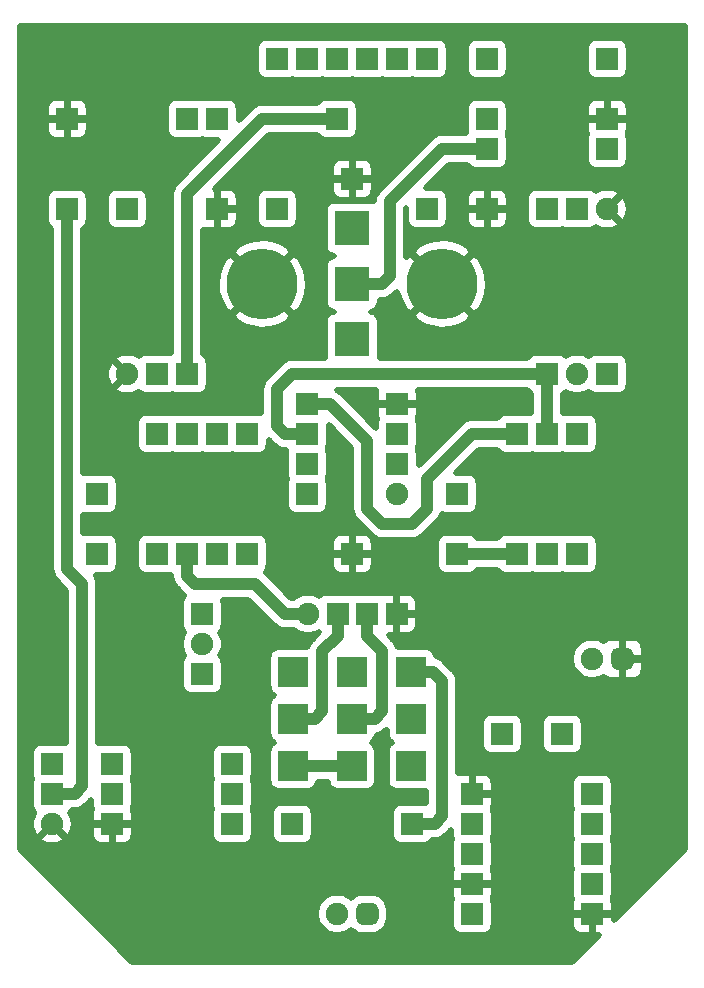
<source format=gbr>
G04 #@! TF.GenerationSoftware,KiCad,Pcbnew,5.1.6-c6e7f7d~87~ubuntu19.10.1*
G04 #@! TF.CreationDate,2022-03-29T21:36:28+06:00*
G04 #@! TF.ProjectId,__________________________r1b,4240353c-3e3b-43e5-9f41-3048385f3e33,1B*
G04 #@! TF.SameCoordinates,Original*
G04 #@! TF.FileFunction,Copper,L1,Top*
G04 #@! TF.FilePolarity,Positive*
%FSLAX46Y46*%
G04 Gerber Fmt 4.6, Leading zero omitted, Abs format (unit mm)*
G04 Created by KiCad (PCBNEW 5.1.6-c6e7f7d~87~ubuntu19.10.1) date 2022-03-29 21:36:28*
%MOMM*%
%LPD*%
G01*
G04 APERTURE LIST*
G04 #@! TA.AperFunction,ComponentPad*
%ADD10R,2.500000X2.500000*%
G04 #@! TD*
G04 #@! TA.AperFunction,ComponentPad*
%ADD11C,6.000000*%
G04 #@! TD*
G04 #@! TA.AperFunction,ComponentPad*
%ADD12R,1.900000X1.900000*%
G04 #@! TD*
G04 #@! TA.AperFunction,ComponentPad*
%ADD13C,1.900000*%
G04 #@! TD*
G04 #@! TA.AperFunction,ComponentPad*
%ADD14R,3.000000X3.000000*%
G04 #@! TD*
G04 #@! TA.AperFunction,Conductor*
%ADD15C,1.000000*%
G04 #@! TD*
G04 #@! TA.AperFunction,Conductor*
%ADD16C,0.500000*%
G04 #@! TD*
G04 APERTURE END LIST*
D10*
X110410000Y-184150000D03*
X110410000Y-188150000D03*
X110410000Y-180150000D03*
X105410000Y-184150000D03*
X105410000Y-188150000D03*
X105410000Y-180150000D03*
X100410000Y-180150000D03*
X100410000Y-184150000D03*
X100410000Y-188150000D03*
D11*
X97790000Y-147320000D03*
X113030000Y-147320000D03*
D12*
X127000000Y-128270000D03*
X116840000Y-128270000D03*
X127000000Y-154940000D03*
D13*
X124460000Y-154940000D03*
D12*
X121920000Y-154940000D03*
X125730000Y-200660000D03*
X115570000Y-200660000D03*
D13*
X101660000Y-175260000D03*
D12*
X104160000Y-175260000D03*
X106660000Y-175260000D03*
X109160000Y-175260000D03*
X92710000Y-175260000D03*
D13*
X92710000Y-177800000D03*
D12*
X92710000Y-180340000D03*
X106680000Y-128270000D03*
X99060000Y-128270000D03*
X104140000Y-128270000D03*
X101600000Y-128270000D03*
X109220000Y-128270000D03*
X111760000Y-128270000D03*
D13*
X80010000Y-193040000D03*
D12*
X80010000Y-190500000D03*
X80010000Y-187960000D03*
D13*
X86360000Y-154940000D03*
D12*
X88900000Y-154940000D03*
X91440000Y-154940000D03*
D13*
X127000000Y-140970000D03*
D12*
X124460000Y-140970000D03*
X121920000Y-140970000D03*
X105410000Y-138430000D03*
D14*
X105410000Y-152020000D03*
X105410000Y-147320000D03*
X105410000Y-142620000D03*
D12*
X119380000Y-160020000D03*
X119380000Y-170180000D03*
X85090000Y-193040000D03*
X95250000Y-193040000D03*
X115570000Y-190500000D03*
X125730000Y-190500000D03*
X125730000Y-193040000D03*
X115570000Y-193040000D03*
X124460000Y-170180000D03*
X124460000Y-160020000D03*
X121920000Y-160020000D03*
X121920000Y-170180000D03*
D13*
X125730000Y-179070000D03*
G04 #@! TA.AperFunction,ComponentPad*
G36*
G01*
X127320000Y-179450000D02*
X127320000Y-178690000D01*
G75*
G02*
X127890000Y-178120000I570000J0D01*
G01*
X128650000Y-178120000D01*
G75*
G02*
X129220000Y-178690000I0J-570000D01*
G01*
X129220000Y-179450000D01*
G75*
G02*
X128650000Y-180020000I-570000J0D01*
G01*
X127890000Y-180020000D01*
G75*
G02*
X127320000Y-179450000I0J570000D01*
G01*
G37*
G04 #@! TD.AperFunction*
X104140000Y-200660000D03*
G04 #@! TA.AperFunction,ComponentPad*
G36*
G01*
X105730000Y-201040000D02*
X105730000Y-200280000D01*
G75*
G02*
X106300000Y-199710000I570000J0D01*
G01*
X107060000Y-199710000D01*
G75*
G02*
X107630000Y-200280000I0J-570000D01*
G01*
X107630000Y-201040000D01*
G75*
G02*
X107060000Y-201610000I-570000J0D01*
G01*
X106300000Y-201610000D01*
G75*
G02*
X105730000Y-201040000I0J570000D01*
G01*
G37*
G04 #@! TD.AperFunction*
D12*
X104140000Y-133350000D03*
X93980000Y-133350000D03*
X81280000Y-133350000D03*
X91440000Y-133350000D03*
X127000000Y-133350000D03*
X116840000Y-133350000D03*
X125730000Y-195580000D03*
X115570000Y-195580000D03*
X115570000Y-198120000D03*
X125730000Y-198120000D03*
X101600000Y-165100000D03*
X101600000Y-162560000D03*
X101600000Y-160020000D03*
X101600000Y-157480000D03*
X109220000Y-157480000D03*
X109220000Y-160020000D03*
X109220000Y-162560000D03*
D13*
X109220000Y-165100000D03*
D12*
X114300000Y-170180000D03*
X114300000Y-165100000D03*
X118110000Y-185420000D03*
X123190000Y-185420000D03*
X127000000Y-135890000D03*
X116840000Y-135890000D03*
X116840000Y-140970000D03*
X111760000Y-140970000D03*
X93980000Y-140970000D03*
X99060000Y-140970000D03*
X95250000Y-190500000D03*
X85090000Y-190500000D03*
X95250000Y-187960000D03*
X85090000Y-187960000D03*
X91440000Y-160020000D03*
X91440000Y-170180000D03*
X88900000Y-160020000D03*
X88900000Y-170180000D03*
X93980000Y-160020000D03*
X93980000Y-170180000D03*
X81280000Y-140970000D03*
X86360000Y-140970000D03*
X83820000Y-170180000D03*
X83820000Y-165100000D03*
X100330000Y-193040000D03*
X110490000Y-193040000D03*
X96520000Y-170180000D03*
X96520000Y-160020000D03*
X105410000Y-170180000D03*
D15*
X110410000Y-180150000D02*
X112205000Y-180150000D01*
X112205000Y-180150000D02*
X113030000Y-180975000D01*
X113030000Y-180975000D02*
X113030000Y-192405000D01*
X112395000Y-193040000D02*
X113030000Y-192405000D01*
X110490000Y-193040000D02*
X112395000Y-193040000D01*
X91440000Y-172085000D02*
X91440000Y-170180000D01*
X92075000Y-172720000D02*
X91440000Y-172085000D01*
X97155000Y-172720000D02*
X92075000Y-172720000D01*
X99695000Y-175260000D02*
X97155000Y-172720000D01*
X101660000Y-175260000D02*
X99695000Y-175260000D01*
X105410000Y-184150000D02*
X107315000Y-184150000D01*
X107315000Y-184150000D02*
X107950000Y-183515000D01*
X107950000Y-183515000D02*
X107950000Y-178435000D01*
X106660000Y-177145000D02*
X107950000Y-178435000D01*
X106660000Y-175260000D02*
X106660000Y-177145000D01*
X100410000Y-188150000D02*
X105410000Y-188150000D01*
X102235000Y-184150000D02*
X100410000Y-184150000D01*
X102235000Y-184150000D02*
X102870000Y-183515000D01*
X102870000Y-183515000D02*
X102870000Y-178435000D01*
X104160000Y-177145000D02*
X102870000Y-178435000D01*
X104160000Y-175260000D02*
X104160000Y-177145000D01*
X115570000Y-160020000D02*
X119380000Y-160020000D01*
X111760000Y-163830000D02*
X115570000Y-160020000D01*
X111760000Y-166370000D02*
X111760000Y-163830000D01*
X110490000Y-167640000D02*
X111760000Y-166370000D01*
X107950000Y-167640000D02*
X110490000Y-167640000D01*
X106680000Y-166370000D02*
X107950000Y-167640000D01*
X106680000Y-160655000D02*
X106680000Y-166370000D01*
X103505000Y-157480000D02*
X106680000Y-160655000D01*
X101600000Y-157480000D02*
X103505000Y-157480000D01*
X99060000Y-156210000D02*
X100330000Y-154940000D01*
X99060000Y-159385000D02*
X99060000Y-156210000D01*
X99695000Y-160020000D02*
X99060000Y-159385000D01*
X100330000Y-154940000D02*
X121920000Y-154940000D01*
X101600000Y-160020000D02*
X99695000Y-160020000D01*
X121920000Y-154940000D02*
X121920000Y-160020000D01*
X114300000Y-170180000D02*
X119380000Y-170180000D01*
X80010000Y-190500000D02*
X81915000Y-190500000D01*
X81915000Y-190500000D02*
X82550000Y-189865000D01*
X82550000Y-172720000D02*
X82550000Y-189865000D01*
X81280000Y-171450000D02*
X82550000Y-172720000D01*
X81280000Y-140970000D02*
X81280000Y-171450000D01*
X91440000Y-139700000D02*
X91440000Y-154940000D01*
X97790000Y-133350000D02*
X91440000Y-139700000D01*
X97790000Y-133350000D02*
X104140000Y-133350000D01*
X108585000Y-140335000D02*
X113030000Y-135890000D01*
X108585000Y-146685000D02*
X108585000Y-140335000D01*
X107950000Y-147320000D02*
X108585000Y-146685000D01*
X113030000Y-135890000D02*
X116840000Y-135890000D01*
X105410000Y-147320000D02*
X107950000Y-147320000D01*
D16*
G36*
X133570001Y-195145075D02*
G01*
X127531562Y-201183515D01*
X127530000Y-200922500D01*
X127317500Y-200710000D01*
X125780000Y-200710000D01*
X125780000Y-202247500D01*
X125992500Y-202460000D01*
X126253515Y-202461562D01*
X124025077Y-204690000D01*
X86794924Y-204690000D01*
X82587640Y-200482716D01*
X102340000Y-200482716D01*
X102340000Y-200837284D01*
X102409173Y-201185041D01*
X102544861Y-201512620D01*
X102741849Y-201807433D01*
X102992567Y-202058151D01*
X103287380Y-202255139D01*
X103614959Y-202390827D01*
X103962716Y-202460000D01*
X104317284Y-202460000D01*
X104665041Y-202390827D01*
X104992620Y-202255139D01*
X105287433Y-202058151D01*
X105296068Y-202049516D01*
X105508806Y-202224106D01*
X105755016Y-202355708D01*
X106022170Y-202436748D01*
X106300000Y-202464112D01*
X107060000Y-202464112D01*
X107337830Y-202436748D01*
X107604984Y-202355708D01*
X107851194Y-202224106D01*
X108066999Y-202046999D01*
X108244106Y-201831194D01*
X108375708Y-201584984D01*
X108456748Y-201317830D01*
X108484112Y-201040000D01*
X108484112Y-200280000D01*
X108456748Y-200002170D01*
X108375708Y-199735016D01*
X108244106Y-199488806D01*
X108066999Y-199273001D01*
X107851194Y-199095894D01*
X107802750Y-199070000D01*
X113765887Y-199070000D01*
X113782299Y-199236629D01*
X113828823Y-199390002D01*
X113782300Y-199543371D01*
X113765888Y-199710000D01*
X113765888Y-201610000D01*
X113782300Y-201776629D01*
X113830903Y-201936855D01*
X113909832Y-202084519D01*
X114016052Y-202213948D01*
X114145481Y-202320168D01*
X114293145Y-202399097D01*
X114453371Y-202447700D01*
X114620000Y-202464112D01*
X116520000Y-202464112D01*
X116686629Y-202447700D01*
X116846855Y-202399097D01*
X116994519Y-202320168D01*
X117123948Y-202213948D01*
X117230168Y-202084519D01*
X117309097Y-201936855D01*
X117357700Y-201776629D01*
X117374112Y-201610000D01*
X123925887Y-201610000D01*
X123942299Y-201776629D01*
X123990902Y-201936855D01*
X124069831Y-202084520D01*
X124176051Y-202213949D01*
X124305480Y-202320169D01*
X124453145Y-202399098D01*
X124613371Y-202447701D01*
X124780000Y-202464113D01*
X125467500Y-202460000D01*
X125680000Y-202247500D01*
X125680000Y-200710000D01*
X124142500Y-200710000D01*
X123930000Y-200922500D01*
X123925887Y-201610000D01*
X117374112Y-201610000D01*
X117374112Y-199710000D01*
X123925887Y-199710000D01*
X123930000Y-200397500D01*
X124142500Y-200610000D01*
X125680000Y-200610000D01*
X125680000Y-200590000D01*
X125780000Y-200590000D01*
X125780000Y-200610000D01*
X127317500Y-200610000D01*
X127530000Y-200397500D01*
X127534113Y-199710000D01*
X127517701Y-199543371D01*
X127471177Y-199389998D01*
X127517700Y-199236629D01*
X127534112Y-199070000D01*
X127534112Y-197170000D01*
X127517700Y-197003371D01*
X127471176Y-196850000D01*
X127517700Y-196696629D01*
X127534112Y-196530000D01*
X127534112Y-194630000D01*
X127517700Y-194463371D01*
X127471176Y-194310000D01*
X127517700Y-194156629D01*
X127534112Y-193990000D01*
X127534112Y-192090000D01*
X127517700Y-191923371D01*
X127471176Y-191770000D01*
X127517700Y-191616629D01*
X127534112Y-191450000D01*
X127534112Y-189550000D01*
X127517700Y-189383371D01*
X127469097Y-189223145D01*
X127390168Y-189075481D01*
X127283948Y-188946052D01*
X127154519Y-188839832D01*
X127006855Y-188760903D01*
X126846629Y-188712300D01*
X126680000Y-188695888D01*
X124780000Y-188695888D01*
X124613371Y-188712300D01*
X124453145Y-188760903D01*
X124305481Y-188839832D01*
X124176052Y-188946052D01*
X124069832Y-189075481D01*
X123990903Y-189223145D01*
X123942300Y-189383371D01*
X123925888Y-189550000D01*
X123925888Y-191450000D01*
X123942300Y-191616629D01*
X123988824Y-191770000D01*
X123942300Y-191923371D01*
X123925888Y-192090000D01*
X123925888Y-193990000D01*
X123942300Y-194156629D01*
X123988824Y-194310000D01*
X123942300Y-194463371D01*
X123925888Y-194630000D01*
X123925888Y-196530000D01*
X123942300Y-196696629D01*
X123988824Y-196850000D01*
X123942300Y-197003371D01*
X123925888Y-197170000D01*
X123925888Y-199070000D01*
X123942300Y-199236629D01*
X123988823Y-199389998D01*
X123942299Y-199543371D01*
X123925887Y-199710000D01*
X117374112Y-199710000D01*
X117357700Y-199543371D01*
X117311177Y-199390002D01*
X117357701Y-199236629D01*
X117374113Y-199070000D01*
X117370000Y-198382500D01*
X117157500Y-198170000D01*
X115620000Y-198170000D01*
X115620000Y-198190000D01*
X115520000Y-198190000D01*
X115520000Y-198170000D01*
X113982500Y-198170000D01*
X113770000Y-198382500D01*
X113765887Y-199070000D01*
X107802750Y-199070000D01*
X107604984Y-198964292D01*
X107337830Y-198883252D01*
X107060000Y-198855888D01*
X106300000Y-198855888D01*
X106022170Y-198883252D01*
X105755016Y-198964292D01*
X105508806Y-199095894D01*
X105296068Y-199270484D01*
X105287433Y-199261849D01*
X104992620Y-199064861D01*
X104665041Y-198929173D01*
X104317284Y-198860000D01*
X103962716Y-198860000D01*
X103614959Y-198929173D01*
X103287380Y-199064861D01*
X102992567Y-199261849D01*
X102741849Y-199512567D01*
X102544861Y-199807380D01*
X102409173Y-200134959D01*
X102340000Y-200482716D01*
X82587640Y-200482716D01*
X77250000Y-195145077D01*
X77250000Y-194203492D01*
X78917219Y-194203492D01*
X78987724Y-194532107D01*
X79298463Y-194702873D01*
X79636545Y-194809735D01*
X79988979Y-194848587D01*
X80342221Y-194817936D01*
X80682695Y-194718961D01*
X80997318Y-194555463D01*
X81032276Y-194532107D01*
X81102781Y-194203492D01*
X80010000Y-193110711D01*
X78917219Y-194203492D01*
X77250000Y-194203492D01*
X77250000Y-193018979D01*
X78201413Y-193018979D01*
X78232064Y-193372221D01*
X78331039Y-193712695D01*
X78494537Y-194027318D01*
X78517893Y-194062276D01*
X78846508Y-194132781D01*
X79939289Y-193040000D01*
X79925147Y-193025858D01*
X79995858Y-192955147D01*
X80010000Y-192969289D01*
X80024142Y-192955147D01*
X80094853Y-193025858D01*
X80080711Y-193040000D01*
X81173492Y-194132781D01*
X81502107Y-194062276D01*
X81541826Y-193990000D01*
X83285887Y-193990000D01*
X83302299Y-194156629D01*
X83350902Y-194316855D01*
X83429831Y-194464520D01*
X83536051Y-194593949D01*
X83665480Y-194700169D01*
X83813145Y-194779098D01*
X83973371Y-194827701D01*
X84140000Y-194844113D01*
X84827500Y-194840000D01*
X85040000Y-194627500D01*
X85040000Y-193090000D01*
X85140000Y-193090000D01*
X85140000Y-194627500D01*
X85352500Y-194840000D01*
X86040000Y-194844113D01*
X86206629Y-194827701D01*
X86366855Y-194779098D01*
X86514520Y-194700169D01*
X86643949Y-194593949D01*
X86750169Y-194464520D01*
X86829098Y-194316855D01*
X86877701Y-194156629D01*
X86894113Y-193990000D01*
X86890000Y-193302500D01*
X86677500Y-193090000D01*
X85140000Y-193090000D01*
X85040000Y-193090000D01*
X83502500Y-193090000D01*
X83290000Y-193302500D01*
X83285887Y-193990000D01*
X81541826Y-193990000D01*
X81672873Y-193751537D01*
X81779735Y-193413455D01*
X81818587Y-193061021D01*
X81787936Y-192707779D01*
X81688961Y-192367305D01*
X81537430Y-192075711D01*
X81563948Y-192053948D01*
X81670168Y-191924519D01*
X81710000Y-191850000D01*
X81848681Y-191850000D01*
X81915000Y-191856532D01*
X81981319Y-191850000D01*
X81981321Y-191850000D01*
X82179646Y-191830467D01*
X82434122Y-191753272D01*
X82668649Y-191627915D01*
X82874213Y-191459213D01*
X82916492Y-191407696D01*
X83285888Y-191038299D01*
X83285888Y-191450000D01*
X83302300Y-191616629D01*
X83348823Y-191769998D01*
X83302299Y-191923371D01*
X83285887Y-192090000D01*
X83290000Y-192777500D01*
X83502500Y-192990000D01*
X85040000Y-192990000D01*
X85040000Y-192970000D01*
X85140000Y-192970000D01*
X85140000Y-192990000D01*
X86677500Y-192990000D01*
X86890000Y-192777500D01*
X86894113Y-192090000D01*
X86877701Y-191923371D01*
X86831177Y-191769998D01*
X86877700Y-191616629D01*
X86894112Y-191450000D01*
X86894112Y-189550000D01*
X86877700Y-189383371D01*
X86831176Y-189230000D01*
X86877700Y-189076629D01*
X86894112Y-188910000D01*
X86894112Y-187010000D01*
X93445888Y-187010000D01*
X93445888Y-188910000D01*
X93462300Y-189076629D01*
X93508824Y-189230000D01*
X93462300Y-189383371D01*
X93445888Y-189550000D01*
X93445888Y-191450000D01*
X93462300Y-191616629D01*
X93508824Y-191770000D01*
X93462300Y-191923371D01*
X93445888Y-192090000D01*
X93445888Y-193990000D01*
X93462300Y-194156629D01*
X93510903Y-194316855D01*
X93589832Y-194464519D01*
X93696052Y-194593948D01*
X93825481Y-194700168D01*
X93973145Y-194779097D01*
X94133371Y-194827700D01*
X94300000Y-194844112D01*
X96200000Y-194844112D01*
X96366629Y-194827700D01*
X96526855Y-194779097D01*
X96674519Y-194700168D01*
X96803948Y-194593948D01*
X96910168Y-194464519D01*
X96989097Y-194316855D01*
X97037700Y-194156629D01*
X97054112Y-193990000D01*
X97054112Y-192090000D01*
X98525888Y-192090000D01*
X98525888Y-193990000D01*
X98542300Y-194156629D01*
X98590903Y-194316855D01*
X98669832Y-194464519D01*
X98776052Y-194593948D01*
X98905481Y-194700168D01*
X99053145Y-194779097D01*
X99213371Y-194827700D01*
X99380000Y-194844112D01*
X101280000Y-194844112D01*
X101446629Y-194827700D01*
X101606855Y-194779097D01*
X101754519Y-194700168D01*
X101883948Y-194593948D01*
X101990168Y-194464519D01*
X102069097Y-194316855D01*
X102117700Y-194156629D01*
X102134112Y-193990000D01*
X102134112Y-192090000D01*
X102117700Y-191923371D01*
X102069097Y-191763145D01*
X101990168Y-191615481D01*
X101883948Y-191486052D01*
X101754519Y-191379832D01*
X101606855Y-191300903D01*
X101446629Y-191252300D01*
X101280000Y-191235888D01*
X99380000Y-191235888D01*
X99213371Y-191252300D01*
X99053145Y-191300903D01*
X98905481Y-191379832D01*
X98776052Y-191486052D01*
X98669832Y-191615481D01*
X98590903Y-191763145D01*
X98542300Y-191923371D01*
X98525888Y-192090000D01*
X97054112Y-192090000D01*
X97037700Y-191923371D01*
X96991176Y-191770000D01*
X97037700Y-191616629D01*
X97054112Y-191450000D01*
X97054112Y-189550000D01*
X97037700Y-189383371D01*
X96991176Y-189230000D01*
X97037700Y-189076629D01*
X97054112Y-188910000D01*
X97054112Y-187010000D01*
X97037700Y-186843371D01*
X96989097Y-186683145D01*
X96910168Y-186535481D01*
X96803948Y-186406052D01*
X96674519Y-186299832D01*
X96526855Y-186220903D01*
X96366629Y-186172300D01*
X96200000Y-186155888D01*
X94300000Y-186155888D01*
X94133371Y-186172300D01*
X93973145Y-186220903D01*
X93825481Y-186299832D01*
X93696052Y-186406052D01*
X93589832Y-186535481D01*
X93510903Y-186683145D01*
X93462300Y-186843371D01*
X93445888Y-187010000D01*
X86894112Y-187010000D01*
X86877700Y-186843371D01*
X86829097Y-186683145D01*
X86750168Y-186535481D01*
X86643948Y-186406052D01*
X86514519Y-186299832D01*
X86366855Y-186220903D01*
X86206629Y-186172300D01*
X86040000Y-186155888D01*
X84140000Y-186155888D01*
X83973371Y-186172300D01*
X83900000Y-186194556D01*
X83900000Y-172786310D01*
X83906531Y-172719999D01*
X83900000Y-172653688D01*
X83900000Y-172653679D01*
X83880467Y-172455354D01*
X83803272Y-172200878D01*
X83687409Y-171984113D01*
X83687409Y-171984112D01*
X84770000Y-171984112D01*
X84936629Y-171967700D01*
X85096855Y-171919097D01*
X85244519Y-171840168D01*
X85373948Y-171733948D01*
X85480168Y-171604519D01*
X85559097Y-171456855D01*
X85607700Y-171296629D01*
X85624112Y-171130000D01*
X85624112Y-169230000D01*
X87095888Y-169230000D01*
X87095888Y-171130000D01*
X87112300Y-171296629D01*
X87160903Y-171456855D01*
X87239832Y-171604519D01*
X87346052Y-171733948D01*
X87475481Y-171840168D01*
X87623145Y-171919097D01*
X87783371Y-171967700D01*
X87950000Y-171984112D01*
X89850000Y-171984112D01*
X90016629Y-171967700D01*
X90090000Y-171945444D01*
X90090000Y-172018680D01*
X90083468Y-172085000D01*
X90090000Y-172151319D01*
X90090000Y-172151320D01*
X90109533Y-172349645D01*
X90186728Y-172604121D01*
X90186729Y-172604122D01*
X90312085Y-172838649D01*
X90438510Y-172992698D01*
X90438513Y-172992701D01*
X90480787Y-173044212D01*
X90532300Y-173086488D01*
X91073505Y-173627692D01*
X91115787Y-173679213D01*
X91153009Y-173709760D01*
X91049832Y-173835481D01*
X90970903Y-173983145D01*
X90922300Y-174143371D01*
X90905888Y-174310000D01*
X90905888Y-176210000D01*
X90922300Y-176376629D01*
X90970903Y-176536855D01*
X91049832Y-176684519D01*
X91156052Y-176813948D01*
X91187030Y-176839371D01*
X91114861Y-176947380D01*
X90979173Y-177274959D01*
X90910000Y-177622716D01*
X90910000Y-177977284D01*
X90979173Y-178325041D01*
X91114861Y-178652620D01*
X91187030Y-178760629D01*
X91156052Y-178786052D01*
X91049832Y-178915481D01*
X90970903Y-179063145D01*
X90922300Y-179223371D01*
X90905888Y-179390000D01*
X90905888Y-181290000D01*
X90922300Y-181456629D01*
X90970903Y-181616855D01*
X91049832Y-181764519D01*
X91156052Y-181893948D01*
X91285481Y-182000168D01*
X91433145Y-182079097D01*
X91593371Y-182127700D01*
X91760000Y-182144112D01*
X93660000Y-182144112D01*
X93826629Y-182127700D01*
X93986855Y-182079097D01*
X94134519Y-182000168D01*
X94263948Y-181893948D01*
X94370168Y-181764519D01*
X94449097Y-181616855D01*
X94497700Y-181456629D01*
X94514112Y-181290000D01*
X94514112Y-179390000D01*
X94497700Y-179223371D01*
X94449097Y-179063145D01*
X94370168Y-178915481D01*
X94263948Y-178786052D01*
X94232970Y-178760629D01*
X94305139Y-178652620D01*
X94440827Y-178325041D01*
X94510000Y-177977284D01*
X94510000Y-177622716D01*
X94440827Y-177274959D01*
X94305139Y-176947380D01*
X94232970Y-176839371D01*
X94263948Y-176813948D01*
X94370168Y-176684519D01*
X94449097Y-176536855D01*
X94497700Y-176376629D01*
X94514112Y-176210000D01*
X94514112Y-174310000D01*
X94497700Y-174143371D01*
X94475444Y-174070000D01*
X96595812Y-174070000D01*
X98693509Y-176167697D01*
X98735787Y-176219213D01*
X98941351Y-176387915D01*
X99175878Y-176513272D01*
X99430354Y-176590467D01*
X99628679Y-176610000D01*
X99628688Y-176610000D01*
X99694999Y-176616531D01*
X99761310Y-176610000D01*
X100464416Y-176610000D01*
X100512567Y-176658151D01*
X100807380Y-176855139D01*
X101134959Y-176990827D01*
X101482716Y-177060000D01*
X101837284Y-177060000D01*
X102185041Y-176990827D01*
X102512620Y-176855139D01*
X102594795Y-176800231D01*
X102595149Y-176800663D01*
X101962299Y-177433513D01*
X101910788Y-177475787D01*
X101868514Y-177527298D01*
X101868510Y-177527302D01*
X101742085Y-177681351D01*
X101616729Y-177915878D01*
X101577291Y-178045888D01*
X99160000Y-178045888D01*
X98993371Y-178062300D01*
X98833145Y-178110903D01*
X98685481Y-178189832D01*
X98556052Y-178296052D01*
X98449832Y-178425481D01*
X98370903Y-178573145D01*
X98322300Y-178733371D01*
X98305888Y-178900000D01*
X98305888Y-181400000D01*
X98322300Y-181566629D01*
X98370903Y-181726855D01*
X98449832Y-181874519D01*
X98556052Y-182003948D01*
X98685481Y-182110168D01*
X98760001Y-182150000D01*
X98685481Y-182189832D01*
X98556052Y-182296052D01*
X98449832Y-182425481D01*
X98370903Y-182573145D01*
X98322300Y-182733371D01*
X98305888Y-182900000D01*
X98305888Y-185400000D01*
X98322300Y-185566629D01*
X98370903Y-185726855D01*
X98449832Y-185874519D01*
X98556052Y-186003948D01*
X98685481Y-186110168D01*
X98760001Y-186150000D01*
X98685481Y-186189832D01*
X98556052Y-186296052D01*
X98449832Y-186425481D01*
X98370903Y-186573145D01*
X98322300Y-186733371D01*
X98305888Y-186900000D01*
X98305888Y-189400000D01*
X98322300Y-189566629D01*
X98370903Y-189726855D01*
X98449832Y-189874519D01*
X98556052Y-190003948D01*
X98685481Y-190110168D01*
X98833145Y-190189097D01*
X98993371Y-190237700D01*
X99160000Y-190254112D01*
X101660000Y-190254112D01*
X101826629Y-190237700D01*
X101986855Y-190189097D01*
X102134519Y-190110168D01*
X102263948Y-190003948D01*
X102370168Y-189874519D01*
X102449097Y-189726855D01*
X102497700Y-189566629D01*
X102504263Y-189500000D01*
X103315737Y-189500000D01*
X103322300Y-189566629D01*
X103370903Y-189726855D01*
X103449832Y-189874519D01*
X103556052Y-190003948D01*
X103685481Y-190110168D01*
X103833145Y-190189097D01*
X103993371Y-190237700D01*
X104160000Y-190254112D01*
X106660000Y-190254112D01*
X106826629Y-190237700D01*
X106986855Y-190189097D01*
X107134519Y-190110168D01*
X107263948Y-190003948D01*
X107370168Y-189874519D01*
X107449097Y-189726855D01*
X107497700Y-189566629D01*
X107514112Y-189400000D01*
X107514112Y-186900000D01*
X107497700Y-186733371D01*
X107449097Y-186573145D01*
X107370168Y-186425481D01*
X107263948Y-186296052D01*
X107134519Y-186189832D01*
X107059999Y-186150000D01*
X107134519Y-186110168D01*
X107263948Y-186003948D01*
X107370168Y-185874519D01*
X107449097Y-185726855D01*
X107497700Y-185566629D01*
X107505467Y-185487773D01*
X107579646Y-185480467D01*
X107834122Y-185403272D01*
X108068649Y-185277915D01*
X108274213Y-185109213D01*
X108307266Y-185068938D01*
X108305887Y-185400000D01*
X108322299Y-185566629D01*
X108370902Y-185726855D01*
X108449831Y-185874520D01*
X108556051Y-186003949D01*
X108685480Y-186110169D01*
X108759999Y-186150001D01*
X108685481Y-186189832D01*
X108556052Y-186296052D01*
X108449832Y-186425481D01*
X108370903Y-186573145D01*
X108322300Y-186733371D01*
X108305888Y-186900000D01*
X108305888Y-189400000D01*
X108322300Y-189566629D01*
X108370903Y-189726855D01*
X108449832Y-189874519D01*
X108556052Y-190003948D01*
X108685481Y-190110168D01*
X108833145Y-190189097D01*
X108993371Y-190237700D01*
X109160000Y-190254112D01*
X111660000Y-190254112D01*
X111680001Y-190252142D01*
X111680001Y-191274557D01*
X111606629Y-191252300D01*
X111440000Y-191235888D01*
X109540000Y-191235888D01*
X109373371Y-191252300D01*
X109213145Y-191300903D01*
X109065481Y-191379832D01*
X108936052Y-191486052D01*
X108829832Y-191615481D01*
X108750903Y-191763145D01*
X108702300Y-191923371D01*
X108685888Y-192090000D01*
X108685888Y-193990000D01*
X108702300Y-194156629D01*
X108750903Y-194316855D01*
X108829832Y-194464519D01*
X108936052Y-194593948D01*
X109065481Y-194700168D01*
X109213145Y-194779097D01*
X109373371Y-194827700D01*
X109540000Y-194844112D01*
X111440000Y-194844112D01*
X111606629Y-194827700D01*
X111766855Y-194779097D01*
X111914519Y-194700168D01*
X112043948Y-194593948D01*
X112150168Y-194464519D01*
X112190000Y-194390000D01*
X112328681Y-194390000D01*
X112395000Y-194396532D01*
X112461319Y-194390000D01*
X112461321Y-194390000D01*
X112659646Y-194370467D01*
X112914122Y-194293272D01*
X113148649Y-194167915D01*
X113354213Y-193999213D01*
X113396492Y-193947696D01*
X113765888Y-193578299D01*
X113765888Y-193990000D01*
X113782300Y-194156629D01*
X113828824Y-194310000D01*
X113782300Y-194463371D01*
X113765888Y-194630000D01*
X113765888Y-196530000D01*
X113782300Y-196696629D01*
X113828823Y-196849998D01*
X113782299Y-197003371D01*
X113765887Y-197170000D01*
X113770000Y-197857500D01*
X113982500Y-198070000D01*
X115520000Y-198070000D01*
X115520000Y-198050000D01*
X115620000Y-198050000D01*
X115620000Y-198070000D01*
X117157500Y-198070000D01*
X117370000Y-197857500D01*
X117374113Y-197170000D01*
X117357701Y-197003371D01*
X117311177Y-196849998D01*
X117357700Y-196696629D01*
X117374112Y-196530000D01*
X117374112Y-194630000D01*
X117357700Y-194463371D01*
X117311176Y-194310000D01*
X117357700Y-194156629D01*
X117374112Y-193990000D01*
X117374112Y-192090000D01*
X117357700Y-191923371D01*
X117311177Y-191770002D01*
X117357701Y-191616629D01*
X117374113Y-191450000D01*
X117370000Y-190762500D01*
X117157500Y-190550000D01*
X115620000Y-190550000D01*
X115620000Y-190570000D01*
X115520000Y-190570000D01*
X115520000Y-190550000D01*
X115500000Y-190550000D01*
X115500000Y-190450000D01*
X115520000Y-190450000D01*
X115520000Y-188912500D01*
X115620000Y-188912500D01*
X115620000Y-190450000D01*
X117157500Y-190450000D01*
X117370000Y-190237500D01*
X117374113Y-189550000D01*
X117357701Y-189383371D01*
X117309098Y-189223145D01*
X117230169Y-189075480D01*
X117123949Y-188946051D01*
X116994520Y-188839831D01*
X116846855Y-188760902D01*
X116686629Y-188712299D01*
X116520000Y-188695887D01*
X115832500Y-188700000D01*
X115620000Y-188912500D01*
X115520000Y-188912500D01*
X115307500Y-188700000D01*
X114620000Y-188695887D01*
X114453371Y-188712299D01*
X114380000Y-188734555D01*
X114380000Y-184470000D01*
X116305888Y-184470000D01*
X116305888Y-186370000D01*
X116322300Y-186536629D01*
X116370903Y-186696855D01*
X116449832Y-186844519D01*
X116556052Y-186973948D01*
X116685481Y-187080168D01*
X116833145Y-187159097D01*
X116993371Y-187207700D01*
X117160000Y-187224112D01*
X119060000Y-187224112D01*
X119226629Y-187207700D01*
X119386855Y-187159097D01*
X119534519Y-187080168D01*
X119663948Y-186973948D01*
X119770168Y-186844519D01*
X119849097Y-186696855D01*
X119897700Y-186536629D01*
X119914112Y-186370000D01*
X119914112Y-184470000D01*
X121385888Y-184470000D01*
X121385888Y-186370000D01*
X121402300Y-186536629D01*
X121450903Y-186696855D01*
X121529832Y-186844519D01*
X121636052Y-186973948D01*
X121765481Y-187080168D01*
X121913145Y-187159097D01*
X122073371Y-187207700D01*
X122240000Y-187224112D01*
X124140000Y-187224112D01*
X124306629Y-187207700D01*
X124466855Y-187159097D01*
X124614519Y-187080168D01*
X124743948Y-186973948D01*
X124850168Y-186844519D01*
X124929097Y-186696855D01*
X124977700Y-186536629D01*
X124994112Y-186370000D01*
X124994112Y-184470000D01*
X124977700Y-184303371D01*
X124929097Y-184143145D01*
X124850168Y-183995481D01*
X124743948Y-183866052D01*
X124614519Y-183759832D01*
X124466855Y-183680903D01*
X124306629Y-183632300D01*
X124140000Y-183615888D01*
X122240000Y-183615888D01*
X122073371Y-183632300D01*
X121913145Y-183680903D01*
X121765481Y-183759832D01*
X121636052Y-183866052D01*
X121529832Y-183995481D01*
X121450903Y-184143145D01*
X121402300Y-184303371D01*
X121385888Y-184470000D01*
X119914112Y-184470000D01*
X119897700Y-184303371D01*
X119849097Y-184143145D01*
X119770168Y-183995481D01*
X119663948Y-183866052D01*
X119534519Y-183759832D01*
X119386855Y-183680903D01*
X119226629Y-183632300D01*
X119060000Y-183615888D01*
X117160000Y-183615888D01*
X116993371Y-183632300D01*
X116833145Y-183680903D01*
X116685481Y-183759832D01*
X116556052Y-183866052D01*
X116449832Y-183995481D01*
X116370903Y-184143145D01*
X116322300Y-184303371D01*
X116305888Y-184470000D01*
X114380000Y-184470000D01*
X114380000Y-181041310D01*
X114386531Y-180974999D01*
X114380000Y-180908688D01*
X114380000Y-180908679D01*
X114360467Y-180710354D01*
X114283272Y-180455878D01*
X114157916Y-180221352D01*
X114157915Y-180221350D01*
X114031490Y-180067302D01*
X114031487Y-180067299D01*
X113989212Y-180015787D01*
X113937701Y-179973513D01*
X113206491Y-179242303D01*
X113164213Y-179190787D01*
X112958649Y-179022085D01*
X112724122Y-178896728D01*
X112710897Y-178892716D01*
X123930000Y-178892716D01*
X123930000Y-179247284D01*
X123999173Y-179595041D01*
X124134861Y-179922620D01*
X124331849Y-180217433D01*
X124582567Y-180468151D01*
X124877380Y-180665139D01*
X125204959Y-180800827D01*
X125552716Y-180870000D01*
X125907284Y-180870000D01*
X126255041Y-180800827D01*
X126582620Y-180665139D01*
X126690628Y-180592971D01*
X126716051Y-180623949D01*
X126845480Y-180730169D01*
X126993145Y-180809098D01*
X127153371Y-180857701D01*
X127320000Y-180874113D01*
X128007500Y-180870000D01*
X128220000Y-180657500D01*
X128220000Y-179120000D01*
X128320000Y-179120000D01*
X128320000Y-180657500D01*
X128532500Y-180870000D01*
X129220000Y-180874113D01*
X129386629Y-180857701D01*
X129546855Y-180809098D01*
X129694520Y-180730169D01*
X129823949Y-180623949D01*
X129930169Y-180494520D01*
X130009098Y-180346855D01*
X130057701Y-180186629D01*
X130074113Y-180020000D01*
X130070000Y-179332500D01*
X129857500Y-179120000D01*
X128320000Y-179120000D01*
X128220000Y-179120000D01*
X128200000Y-179120000D01*
X128200000Y-179020000D01*
X128220000Y-179020000D01*
X128220000Y-177482500D01*
X128320000Y-177482500D01*
X128320000Y-179020000D01*
X129857500Y-179020000D01*
X130070000Y-178807500D01*
X130074113Y-178120000D01*
X130057701Y-177953371D01*
X130009098Y-177793145D01*
X129930169Y-177645480D01*
X129823949Y-177516051D01*
X129694520Y-177409831D01*
X129546855Y-177330902D01*
X129386629Y-177282299D01*
X129220000Y-177265887D01*
X128532500Y-177270000D01*
X128320000Y-177482500D01*
X128220000Y-177482500D01*
X128007500Y-177270000D01*
X127320000Y-177265887D01*
X127153371Y-177282299D01*
X126993145Y-177330902D01*
X126845480Y-177409831D01*
X126716051Y-177516051D01*
X126690628Y-177547029D01*
X126582620Y-177474861D01*
X126255041Y-177339173D01*
X125907284Y-177270000D01*
X125552716Y-177270000D01*
X125204959Y-177339173D01*
X124877380Y-177474861D01*
X124582567Y-177671849D01*
X124331849Y-177922567D01*
X124134861Y-178217380D01*
X123999173Y-178544959D01*
X123930000Y-178892716D01*
X112710897Y-178892716D01*
X112507312Y-178830959D01*
X112497700Y-178733371D01*
X112449097Y-178573145D01*
X112370168Y-178425481D01*
X112263948Y-178296052D01*
X112134519Y-178189832D01*
X111986855Y-178110903D01*
X111826629Y-178062300D01*
X111660000Y-178045888D01*
X109242710Y-178045888D01*
X109203272Y-177915878D01*
X109077915Y-177681351D01*
X108909213Y-177475787D01*
X108857697Y-177433509D01*
X108486646Y-177062458D01*
X108897500Y-177060000D01*
X109110000Y-176847500D01*
X109110000Y-175310000D01*
X109210000Y-175310000D01*
X109210000Y-176847500D01*
X109422500Y-177060000D01*
X110110000Y-177064113D01*
X110276629Y-177047701D01*
X110436855Y-176999098D01*
X110584520Y-176920169D01*
X110713949Y-176813949D01*
X110820169Y-176684520D01*
X110899098Y-176536855D01*
X110947701Y-176376629D01*
X110964113Y-176210000D01*
X110960000Y-175522500D01*
X110747500Y-175310000D01*
X109210000Y-175310000D01*
X109110000Y-175310000D01*
X109090000Y-175310000D01*
X109090000Y-175210000D01*
X109110000Y-175210000D01*
X109110000Y-173672500D01*
X109210000Y-173672500D01*
X109210000Y-175210000D01*
X110747500Y-175210000D01*
X110960000Y-174997500D01*
X110964113Y-174310000D01*
X110947701Y-174143371D01*
X110899098Y-173983145D01*
X110820169Y-173835480D01*
X110713949Y-173706051D01*
X110584520Y-173599831D01*
X110436855Y-173520902D01*
X110276629Y-173472299D01*
X110110000Y-173455887D01*
X109422500Y-173460000D01*
X109210000Y-173672500D01*
X109110000Y-173672500D01*
X108897500Y-173460000D01*
X108210000Y-173455887D01*
X108043371Y-173472299D01*
X107909998Y-173512756D01*
X107776629Y-173472300D01*
X107610000Y-173455888D01*
X105710000Y-173455888D01*
X105543371Y-173472300D01*
X105410000Y-173512757D01*
X105276629Y-173472300D01*
X105110000Y-173455888D01*
X103210000Y-173455888D01*
X103043371Y-173472300D01*
X102883145Y-173520903D01*
X102735481Y-173599832D01*
X102606052Y-173706052D01*
X102594795Y-173719769D01*
X102512620Y-173664861D01*
X102185041Y-173529173D01*
X101837284Y-173460000D01*
X101482716Y-173460000D01*
X101134959Y-173529173D01*
X100807380Y-173664861D01*
X100512567Y-173861849D01*
X100464416Y-173910000D01*
X100254188Y-173910000D01*
X98156489Y-171812301D01*
X98114213Y-171760787D01*
X98076991Y-171730240D01*
X98180168Y-171604519D01*
X98259097Y-171456855D01*
X98307700Y-171296629D01*
X98324112Y-171130000D01*
X103605887Y-171130000D01*
X103622299Y-171296629D01*
X103670902Y-171456855D01*
X103749831Y-171604520D01*
X103856051Y-171733949D01*
X103985480Y-171840169D01*
X104133145Y-171919098D01*
X104293371Y-171967701D01*
X104460000Y-171984113D01*
X105147500Y-171980000D01*
X105360000Y-171767500D01*
X105360000Y-170230000D01*
X105460000Y-170230000D01*
X105460000Y-171767500D01*
X105672500Y-171980000D01*
X106360000Y-171984113D01*
X106526629Y-171967701D01*
X106686855Y-171919098D01*
X106834520Y-171840169D01*
X106963949Y-171733949D01*
X107070169Y-171604520D01*
X107149098Y-171456855D01*
X107197701Y-171296629D01*
X107214113Y-171130000D01*
X107210000Y-170442500D01*
X106997500Y-170230000D01*
X105460000Y-170230000D01*
X105360000Y-170230000D01*
X103822500Y-170230000D01*
X103610000Y-170442500D01*
X103605887Y-171130000D01*
X98324112Y-171130000D01*
X98324112Y-169230000D01*
X103605887Y-169230000D01*
X103610000Y-169917500D01*
X103822500Y-170130000D01*
X105360000Y-170130000D01*
X105360000Y-168592500D01*
X105460000Y-168592500D01*
X105460000Y-170130000D01*
X106997500Y-170130000D01*
X107210000Y-169917500D01*
X107214113Y-169230000D01*
X112495888Y-169230000D01*
X112495888Y-171130000D01*
X112512300Y-171296629D01*
X112560903Y-171456855D01*
X112639832Y-171604519D01*
X112746052Y-171733948D01*
X112875481Y-171840168D01*
X113023145Y-171919097D01*
X113183371Y-171967700D01*
X113350000Y-171984112D01*
X115250000Y-171984112D01*
X115416629Y-171967700D01*
X115576855Y-171919097D01*
X115724519Y-171840168D01*
X115853948Y-171733948D01*
X115960168Y-171604519D01*
X116000000Y-171530000D01*
X117680000Y-171530000D01*
X117719832Y-171604519D01*
X117826052Y-171733948D01*
X117955481Y-171840168D01*
X118103145Y-171919097D01*
X118263371Y-171967700D01*
X118430000Y-171984112D01*
X120330000Y-171984112D01*
X120496629Y-171967700D01*
X120650000Y-171921176D01*
X120803371Y-171967700D01*
X120970000Y-171984112D01*
X122870000Y-171984112D01*
X123036629Y-171967700D01*
X123190000Y-171921176D01*
X123343371Y-171967700D01*
X123510000Y-171984112D01*
X125410000Y-171984112D01*
X125576629Y-171967700D01*
X125736855Y-171919097D01*
X125884519Y-171840168D01*
X126013948Y-171733948D01*
X126120168Y-171604519D01*
X126199097Y-171456855D01*
X126247700Y-171296629D01*
X126264112Y-171130000D01*
X126264112Y-169230000D01*
X126247700Y-169063371D01*
X126199097Y-168903145D01*
X126120168Y-168755481D01*
X126013948Y-168626052D01*
X125884519Y-168519832D01*
X125736855Y-168440903D01*
X125576629Y-168392300D01*
X125410000Y-168375888D01*
X123510000Y-168375888D01*
X123343371Y-168392300D01*
X123190000Y-168438824D01*
X123036629Y-168392300D01*
X122870000Y-168375888D01*
X120970000Y-168375888D01*
X120803371Y-168392300D01*
X120650000Y-168438824D01*
X120496629Y-168392300D01*
X120330000Y-168375888D01*
X118430000Y-168375888D01*
X118263371Y-168392300D01*
X118103145Y-168440903D01*
X117955481Y-168519832D01*
X117826052Y-168626052D01*
X117719832Y-168755481D01*
X117680000Y-168830000D01*
X116000000Y-168830000D01*
X115960168Y-168755481D01*
X115853948Y-168626052D01*
X115724519Y-168519832D01*
X115576855Y-168440903D01*
X115416629Y-168392300D01*
X115250000Y-168375888D01*
X113350000Y-168375888D01*
X113183371Y-168392300D01*
X113023145Y-168440903D01*
X112875481Y-168519832D01*
X112746052Y-168626052D01*
X112639832Y-168755481D01*
X112560903Y-168903145D01*
X112512300Y-169063371D01*
X112495888Y-169230000D01*
X107214113Y-169230000D01*
X107197701Y-169063371D01*
X107149098Y-168903145D01*
X107070169Y-168755480D01*
X106963949Y-168626051D01*
X106834520Y-168519831D01*
X106686855Y-168440902D01*
X106526629Y-168392299D01*
X106360000Y-168375887D01*
X105672500Y-168380000D01*
X105460000Y-168592500D01*
X105360000Y-168592500D01*
X105147500Y-168380000D01*
X104460000Y-168375887D01*
X104293371Y-168392299D01*
X104133145Y-168440902D01*
X103985480Y-168519831D01*
X103856051Y-168626051D01*
X103749831Y-168755480D01*
X103670902Y-168903145D01*
X103622299Y-169063371D01*
X103605887Y-169230000D01*
X98324112Y-169230000D01*
X98307700Y-169063371D01*
X98259097Y-168903145D01*
X98180168Y-168755481D01*
X98073948Y-168626052D01*
X97944519Y-168519832D01*
X97796855Y-168440903D01*
X97636629Y-168392300D01*
X97470000Y-168375888D01*
X95570000Y-168375888D01*
X95403371Y-168392300D01*
X95250000Y-168438824D01*
X95096629Y-168392300D01*
X94930000Y-168375888D01*
X93030000Y-168375888D01*
X92863371Y-168392300D01*
X92710000Y-168438824D01*
X92556629Y-168392300D01*
X92390000Y-168375888D01*
X90490000Y-168375888D01*
X90323371Y-168392300D01*
X90170000Y-168438824D01*
X90016629Y-168392300D01*
X89850000Y-168375888D01*
X87950000Y-168375888D01*
X87783371Y-168392300D01*
X87623145Y-168440903D01*
X87475481Y-168519832D01*
X87346052Y-168626052D01*
X87239832Y-168755481D01*
X87160903Y-168903145D01*
X87112300Y-169063371D01*
X87095888Y-169230000D01*
X85624112Y-169230000D01*
X85607700Y-169063371D01*
X85559097Y-168903145D01*
X85480168Y-168755481D01*
X85373948Y-168626052D01*
X85244519Y-168519832D01*
X85096855Y-168440903D01*
X84936629Y-168392300D01*
X84770000Y-168375888D01*
X82870000Y-168375888D01*
X82703371Y-168392300D01*
X82630000Y-168414556D01*
X82630000Y-166865444D01*
X82703371Y-166887700D01*
X82870000Y-166904112D01*
X84770000Y-166904112D01*
X84936629Y-166887700D01*
X85096855Y-166839097D01*
X85244519Y-166760168D01*
X85373948Y-166653948D01*
X85480168Y-166524519D01*
X85559097Y-166376855D01*
X85607700Y-166216629D01*
X85624112Y-166050000D01*
X85624112Y-164150000D01*
X85607700Y-163983371D01*
X85559097Y-163823145D01*
X85480168Y-163675481D01*
X85373948Y-163546052D01*
X85244519Y-163439832D01*
X85096855Y-163360903D01*
X84936629Y-163312300D01*
X84770000Y-163295888D01*
X82870000Y-163295888D01*
X82703371Y-163312300D01*
X82630000Y-163334556D01*
X82630000Y-159070000D01*
X87095888Y-159070000D01*
X87095888Y-160970000D01*
X87112300Y-161136629D01*
X87160903Y-161296855D01*
X87239832Y-161444519D01*
X87346052Y-161573948D01*
X87475481Y-161680168D01*
X87623145Y-161759097D01*
X87783371Y-161807700D01*
X87950000Y-161824112D01*
X89850000Y-161824112D01*
X90016629Y-161807700D01*
X90170000Y-161761176D01*
X90323371Y-161807700D01*
X90490000Y-161824112D01*
X92390000Y-161824112D01*
X92556629Y-161807700D01*
X92710000Y-161761176D01*
X92863371Y-161807700D01*
X93030000Y-161824112D01*
X94930000Y-161824112D01*
X95096629Y-161807700D01*
X95250000Y-161761176D01*
X95403371Y-161807700D01*
X95570000Y-161824112D01*
X97470000Y-161824112D01*
X97636629Y-161807700D01*
X97796855Y-161759097D01*
X97944519Y-161680168D01*
X98073948Y-161573948D01*
X98180168Y-161444519D01*
X98259097Y-161296855D01*
X98307700Y-161136629D01*
X98324112Y-160970000D01*
X98324112Y-160558300D01*
X98693505Y-160927692D01*
X98735787Y-160979213D01*
X98941351Y-161147915D01*
X99058614Y-161210593D01*
X99175877Y-161273272D01*
X99235105Y-161291239D01*
X99430354Y-161350467D01*
X99628679Y-161370000D01*
X99628681Y-161370000D01*
X99695000Y-161376532D01*
X99761319Y-161370000D01*
X99834556Y-161370000D01*
X99812300Y-161443371D01*
X99795888Y-161610000D01*
X99795888Y-163510000D01*
X99812300Y-163676629D01*
X99858824Y-163830000D01*
X99812300Y-163983371D01*
X99795888Y-164150000D01*
X99795888Y-166050000D01*
X99812300Y-166216629D01*
X99860903Y-166376855D01*
X99939832Y-166524519D01*
X100046052Y-166653948D01*
X100175481Y-166760168D01*
X100323145Y-166839097D01*
X100483371Y-166887700D01*
X100650000Y-166904112D01*
X102550000Y-166904112D01*
X102716629Y-166887700D01*
X102876855Y-166839097D01*
X103024519Y-166760168D01*
X103153948Y-166653948D01*
X103260168Y-166524519D01*
X103339097Y-166376855D01*
X103387700Y-166216629D01*
X103404112Y-166050000D01*
X103404112Y-164150000D01*
X103387700Y-163983371D01*
X103341176Y-163830000D01*
X103387700Y-163676629D01*
X103404112Y-163510000D01*
X103404112Y-161610000D01*
X103387700Y-161443371D01*
X103341176Y-161290000D01*
X103387700Y-161136629D01*
X103404112Y-160970000D01*
X103404112Y-159288300D01*
X105330000Y-161214189D01*
X105330001Y-166303671D01*
X105323468Y-166370000D01*
X105349534Y-166634646D01*
X105426729Y-166889122D01*
X105552085Y-167123649D01*
X105678510Y-167277698D01*
X105678514Y-167277702D01*
X105720788Y-167329213D01*
X105772299Y-167371487D01*
X106948513Y-168547702D01*
X106990787Y-168599213D01*
X107042298Y-168641487D01*
X107042301Y-168641490D01*
X107196350Y-168767915D01*
X107312504Y-168830000D01*
X107430878Y-168893272D01*
X107685354Y-168970467D01*
X107883679Y-168990000D01*
X107883688Y-168990000D01*
X107949999Y-168996531D01*
X108016310Y-168990000D01*
X110423681Y-168990000D01*
X110490000Y-168996532D01*
X110556319Y-168990000D01*
X110556321Y-168990000D01*
X110754646Y-168970467D01*
X111009122Y-168893272D01*
X111243649Y-168767915D01*
X111449213Y-168599213D01*
X111491491Y-168547697D01*
X112667706Y-167371483D01*
X112719212Y-167329213D01*
X112761483Y-167277706D01*
X112761490Y-167277699D01*
X112887915Y-167123650D01*
X112954919Y-166998293D01*
X113013272Y-166889122D01*
X113028000Y-166840570D01*
X113183371Y-166887700D01*
X113350000Y-166904112D01*
X115250000Y-166904112D01*
X115416629Y-166887700D01*
X115576855Y-166839097D01*
X115724519Y-166760168D01*
X115853948Y-166653948D01*
X115960168Y-166524519D01*
X116039097Y-166376855D01*
X116087700Y-166216629D01*
X116104112Y-166050000D01*
X116104112Y-164150000D01*
X116087700Y-163983371D01*
X116039097Y-163823145D01*
X115960168Y-163675481D01*
X115853948Y-163546052D01*
X115724519Y-163439832D01*
X115576855Y-163360903D01*
X115416629Y-163312300D01*
X115250000Y-163295888D01*
X114203300Y-163295888D01*
X116129188Y-161370000D01*
X117680000Y-161370000D01*
X117719832Y-161444519D01*
X117826052Y-161573948D01*
X117955481Y-161680168D01*
X118103145Y-161759097D01*
X118263371Y-161807700D01*
X118430000Y-161824112D01*
X120330000Y-161824112D01*
X120496629Y-161807700D01*
X120650000Y-161761176D01*
X120803371Y-161807700D01*
X120970000Y-161824112D01*
X122870000Y-161824112D01*
X123036629Y-161807700D01*
X123190000Y-161761176D01*
X123343371Y-161807700D01*
X123510000Y-161824112D01*
X125410000Y-161824112D01*
X125576629Y-161807700D01*
X125736855Y-161759097D01*
X125884519Y-161680168D01*
X126013948Y-161573948D01*
X126120168Y-161444519D01*
X126199097Y-161296855D01*
X126247700Y-161136629D01*
X126264112Y-160970000D01*
X126264112Y-159070000D01*
X126247700Y-158903371D01*
X126199097Y-158743145D01*
X126120168Y-158595481D01*
X126013948Y-158466052D01*
X125884519Y-158359832D01*
X125736855Y-158280903D01*
X125576629Y-158232300D01*
X125410000Y-158215888D01*
X123510000Y-158215888D01*
X123343371Y-158232300D01*
X123270000Y-158254556D01*
X123270000Y-156640000D01*
X123344519Y-156600168D01*
X123473948Y-156493948D01*
X123499371Y-156462970D01*
X123607380Y-156535139D01*
X123934959Y-156670827D01*
X124282716Y-156740000D01*
X124637284Y-156740000D01*
X124985041Y-156670827D01*
X125312620Y-156535139D01*
X125420629Y-156462970D01*
X125446052Y-156493948D01*
X125575481Y-156600168D01*
X125723145Y-156679097D01*
X125883371Y-156727700D01*
X126050000Y-156744112D01*
X127950000Y-156744112D01*
X128116629Y-156727700D01*
X128276855Y-156679097D01*
X128424519Y-156600168D01*
X128553948Y-156493948D01*
X128660168Y-156364519D01*
X128739097Y-156216855D01*
X128787700Y-156056629D01*
X128804112Y-155890000D01*
X128804112Y-153990000D01*
X128787700Y-153823371D01*
X128739097Y-153663145D01*
X128660168Y-153515481D01*
X128553948Y-153386052D01*
X128424519Y-153279832D01*
X128276855Y-153200903D01*
X128116629Y-153152300D01*
X127950000Y-153135888D01*
X126050000Y-153135888D01*
X125883371Y-153152300D01*
X125723145Y-153200903D01*
X125575481Y-153279832D01*
X125446052Y-153386052D01*
X125420629Y-153417030D01*
X125312620Y-153344861D01*
X124985041Y-153209173D01*
X124637284Y-153140000D01*
X124282716Y-153140000D01*
X123934959Y-153209173D01*
X123607380Y-153344861D01*
X123499371Y-153417030D01*
X123473948Y-153386052D01*
X123344519Y-153279832D01*
X123196855Y-153200903D01*
X123036629Y-153152300D01*
X122870000Y-153135888D01*
X120970000Y-153135888D01*
X120803371Y-153152300D01*
X120643145Y-153200903D01*
X120495481Y-153279832D01*
X120366052Y-153386052D01*
X120259832Y-153515481D01*
X120220000Y-153590000D01*
X107757217Y-153590000D01*
X107764112Y-153520000D01*
X107764112Y-150520000D01*
X107747700Y-150353371D01*
X107699097Y-150193145D01*
X107620168Y-150045481D01*
X107533920Y-149940387D01*
X110480324Y-149940387D01*
X110796718Y-150478915D01*
X111455903Y-150853908D01*
X112175580Y-151093096D01*
X112928092Y-151187286D01*
X113684521Y-151132858D01*
X114415796Y-150931905D01*
X115093816Y-150592148D01*
X115263282Y-150478915D01*
X115579676Y-149940387D01*
X113030000Y-147390711D01*
X110480324Y-149940387D01*
X107533920Y-149940387D01*
X107513948Y-149916052D01*
X107384519Y-149809832D01*
X107236855Y-149730903D01*
X107076629Y-149682300D01*
X106951749Y-149670000D01*
X107076629Y-149657700D01*
X107236855Y-149609097D01*
X107384519Y-149530168D01*
X107513948Y-149423948D01*
X107620168Y-149294519D01*
X107699097Y-149146855D01*
X107747700Y-148986629D01*
X107764112Y-148820000D01*
X107764112Y-148670000D01*
X107883681Y-148670000D01*
X107950000Y-148676532D01*
X108016319Y-148670000D01*
X108016321Y-148670000D01*
X108214646Y-148650467D01*
X108469122Y-148573272D01*
X108703649Y-148447915D01*
X108909213Y-148279213D01*
X108951492Y-148227696D01*
X109216305Y-147962883D01*
X109217142Y-147974521D01*
X109418095Y-148705796D01*
X109757852Y-149383816D01*
X109871085Y-149553282D01*
X110409613Y-149869676D01*
X112959289Y-147320000D01*
X113100711Y-147320000D01*
X115650387Y-149869676D01*
X116188915Y-149553282D01*
X116563908Y-148894097D01*
X116803096Y-148174420D01*
X116897286Y-147421908D01*
X116842858Y-146665479D01*
X116641905Y-145934204D01*
X116302148Y-145256184D01*
X116188915Y-145086718D01*
X115650387Y-144770324D01*
X113100711Y-147320000D01*
X112959289Y-147320000D01*
X110409613Y-144770324D01*
X109935000Y-145049167D01*
X109935000Y-144699613D01*
X110480324Y-144699613D01*
X113030000Y-147249289D01*
X115579676Y-144699613D01*
X115263282Y-144161085D01*
X114604097Y-143786092D01*
X113884420Y-143546904D01*
X113131908Y-143452714D01*
X112375479Y-143507142D01*
X111644204Y-143708095D01*
X110966184Y-144047852D01*
X110796718Y-144161085D01*
X110480324Y-144699613D01*
X109935000Y-144699613D01*
X109935000Y-140894188D01*
X109955888Y-140873300D01*
X109955888Y-141920000D01*
X109972300Y-142086629D01*
X110020903Y-142246855D01*
X110099832Y-142394519D01*
X110206052Y-142523948D01*
X110335481Y-142630168D01*
X110483145Y-142709097D01*
X110643371Y-142757700D01*
X110810000Y-142774112D01*
X112710000Y-142774112D01*
X112876629Y-142757700D01*
X113036855Y-142709097D01*
X113184519Y-142630168D01*
X113313948Y-142523948D01*
X113420168Y-142394519D01*
X113499097Y-142246855D01*
X113547700Y-142086629D01*
X113564112Y-141920000D01*
X115035887Y-141920000D01*
X115052299Y-142086629D01*
X115100902Y-142246855D01*
X115179831Y-142394520D01*
X115286051Y-142523949D01*
X115415480Y-142630169D01*
X115563145Y-142709098D01*
X115723371Y-142757701D01*
X115890000Y-142774113D01*
X116577500Y-142770000D01*
X116790000Y-142557500D01*
X116790000Y-141020000D01*
X116890000Y-141020000D01*
X116890000Y-142557500D01*
X117102500Y-142770000D01*
X117790000Y-142774113D01*
X117956629Y-142757701D01*
X118116855Y-142709098D01*
X118264520Y-142630169D01*
X118393949Y-142523949D01*
X118500169Y-142394520D01*
X118579098Y-142246855D01*
X118627701Y-142086629D01*
X118644113Y-141920000D01*
X118640000Y-141232500D01*
X118427500Y-141020000D01*
X116890000Y-141020000D01*
X116790000Y-141020000D01*
X115252500Y-141020000D01*
X115040000Y-141232500D01*
X115035887Y-141920000D01*
X113564112Y-141920000D01*
X113564112Y-140020000D01*
X115035887Y-140020000D01*
X115040000Y-140707500D01*
X115252500Y-140920000D01*
X116790000Y-140920000D01*
X116790000Y-139382500D01*
X116890000Y-139382500D01*
X116890000Y-140920000D01*
X118427500Y-140920000D01*
X118640000Y-140707500D01*
X118644113Y-140020000D01*
X120115888Y-140020000D01*
X120115888Y-141920000D01*
X120132300Y-142086629D01*
X120180903Y-142246855D01*
X120259832Y-142394519D01*
X120366052Y-142523948D01*
X120495481Y-142630168D01*
X120643145Y-142709097D01*
X120803371Y-142757700D01*
X120970000Y-142774112D01*
X122870000Y-142774112D01*
X123036629Y-142757700D01*
X123190000Y-142711176D01*
X123343371Y-142757700D01*
X123510000Y-142774112D01*
X125410000Y-142774112D01*
X125576629Y-142757700D01*
X125736855Y-142709097D01*
X125884519Y-142630168D01*
X126013948Y-142523948D01*
X126037666Y-142495048D01*
X126288463Y-142632873D01*
X126626545Y-142739735D01*
X126978979Y-142778587D01*
X127332221Y-142747936D01*
X127672695Y-142648961D01*
X127987318Y-142485463D01*
X128022276Y-142462107D01*
X128092781Y-142133492D01*
X127000000Y-141040711D01*
X126985858Y-141054853D01*
X126915147Y-140984142D01*
X126929289Y-140970000D01*
X127070711Y-140970000D01*
X128163492Y-142062781D01*
X128492107Y-141992276D01*
X128662873Y-141681537D01*
X128769735Y-141343455D01*
X128808587Y-140991021D01*
X128777936Y-140637779D01*
X128678961Y-140297305D01*
X128515463Y-139982682D01*
X128492107Y-139947724D01*
X128163492Y-139877219D01*
X127070711Y-140970000D01*
X126929289Y-140970000D01*
X126915147Y-140955858D01*
X126985858Y-140885147D01*
X127000000Y-140899289D01*
X128092781Y-139806508D01*
X128022276Y-139477893D01*
X127711537Y-139307127D01*
X127373455Y-139200265D01*
X127021021Y-139161413D01*
X126667779Y-139192064D01*
X126327305Y-139291039D01*
X126035711Y-139442570D01*
X126013948Y-139416052D01*
X125884519Y-139309832D01*
X125736855Y-139230903D01*
X125576629Y-139182300D01*
X125410000Y-139165888D01*
X123510000Y-139165888D01*
X123343371Y-139182300D01*
X123190000Y-139228824D01*
X123036629Y-139182300D01*
X122870000Y-139165888D01*
X120970000Y-139165888D01*
X120803371Y-139182300D01*
X120643145Y-139230903D01*
X120495481Y-139309832D01*
X120366052Y-139416052D01*
X120259832Y-139545481D01*
X120180903Y-139693145D01*
X120132300Y-139853371D01*
X120115888Y-140020000D01*
X118644113Y-140020000D01*
X118627701Y-139853371D01*
X118579098Y-139693145D01*
X118500169Y-139545480D01*
X118393949Y-139416051D01*
X118264520Y-139309831D01*
X118116855Y-139230902D01*
X117956629Y-139182299D01*
X117790000Y-139165887D01*
X117102500Y-139170000D01*
X116890000Y-139382500D01*
X116790000Y-139382500D01*
X116577500Y-139170000D01*
X115890000Y-139165887D01*
X115723371Y-139182299D01*
X115563145Y-139230902D01*
X115415480Y-139309831D01*
X115286051Y-139416051D01*
X115179831Y-139545480D01*
X115100902Y-139693145D01*
X115052299Y-139853371D01*
X115035887Y-140020000D01*
X113564112Y-140020000D01*
X113547700Y-139853371D01*
X113499097Y-139693145D01*
X113420168Y-139545481D01*
X113313948Y-139416052D01*
X113184519Y-139309832D01*
X113036855Y-139230903D01*
X112876629Y-139182300D01*
X112710000Y-139165888D01*
X111663300Y-139165888D01*
X113589188Y-137240000D01*
X115140000Y-137240000D01*
X115179832Y-137314519D01*
X115286052Y-137443948D01*
X115415481Y-137550168D01*
X115563145Y-137629097D01*
X115723371Y-137677700D01*
X115890000Y-137694112D01*
X117790000Y-137694112D01*
X117956629Y-137677700D01*
X118116855Y-137629097D01*
X118264519Y-137550168D01*
X118393948Y-137443948D01*
X118500168Y-137314519D01*
X118579097Y-137166855D01*
X118627700Y-137006629D01*
X118644112Y-136840000D01*
X118644112Y-134940000D01*
X118627700Y-134773371D01*
X118581176Y-134620000D01*
X118627700Y-134466629D01*
X118644112Y-134300000D01*
X125195887Y-134300000D01*
X125212299Y-134466629D01*
X125258823Y-134620002D01*
X125212300Y-134773371D01*
X125195888Y-134940000D01*
X125195888Y-136840000D01*
X125212300Y-137006629D01*
X125260903Y-137166855D01*
X125339832Y-137314519D01*
X125446052Y-137443948D01*
X125575481Y-137550168D01*
X125723145Y-137629097D01*
X125883371Y-137677700D01*
X126050000Y-137694112D01*
X127950000Y-137694112D01*
X128116629Y-137677700D01*
X128276855Y-137629097D01*
X128424519Y-137550168D01*
X128553948Y-137443948D01*
X128660168Y-137314519D01*
X128739097Y-137166855D01*
X128787700Y-137006629D01*
X128804112Y-136840000D01*
X128804112Y-134940000D01*
X128787700Y-134773371D01*
X128741177Y-134620002D01*
X128787701Y-134466629D01*
X128804113Y-134300000D01*
X128800000Y-133612500D01*
X128587500Y-133400000D01*
X127050000Y-133400000D01*
X127050000Y-133420000D01*
X126950000Y-133420000D01*
X126950000Y-133400000D01*
X125412500Y-133400000D01*
X125200000Y-133612500D01*
X125195887Y-134300000D01*
X118644112Y-134300000D01*
X118644112Y-132400000D01*
X125195887Y-132400000D01*
X125200000Y-133087500D01*
X125412500Y-133300000D01*
X126950000Y-133300000D01*
X126950000Y-131762500D01*
X127050000Y-131762500D01*
X127050000Y-133300000D01*
X128587500Y-133300000D01*
X128800000Y-133087500D01*
X128804113Y-132400000D01*
X128787701Y-132233371D01*
X128739098Y-132073145D01*
X128660169Y-131925480D01*
X128553949Y-131796051D01*
X128424520Y-131689831D01*
X128276855Y-131610902D01*
X128116629Y-131562299D01*
X127950000Y-131545887D01*
X127262500Y-131550000D01*
X127050000Y-131762500D01*
X126950000Y-131762500D01*
X126737500Y-131550000D01*
X126050000Y-131545887D01*
X125883371Y-131562299D01*
X125723145Y-131610902D01*
X125575480Y-131689831D01*
X125446051Y-131796051D01*
X125339831Y-131925480D01*
X125260902Y-132073145D01*
X125212299Y-132233371D01*
X125195887Y-132400000D01*
X118644112Y-132400000D01*
X118627700Y-132233371D01*
X118579097Y-132073145D01*
X118500168Y-131925481D01*
X118393948Y-131796052D01*
X118264519Y-131689832D01*
X118116855Y-131610903D01*
X117956629Y-131562300D01*
X117790000Y-131545888D01*
X115890000Y-131545888D01*
X115723371Y-131562300D01*
X115563145Y-131610903D01*
X115415481Y-131689832D01*
X115286052Y-131796052D01*
X115179832Y-131925481D01*
X115100903Y-132073145D01*
X115052300Y-132233371D01*
X115035888Y-132400000D01*
X115035888Y-134300000D01*
X115052300Y-134466629D01*
X115074556Y-134540000D01*
X113096310Y-134540000D01*
X113029999Y-134533469D01*
X112963688Y-134540000D01*
X112963679Y-134540000D01*
X112765354Y-134559533D01*
X112510878Y-134636728D01*
X112429048Y-134680467D01*
X112276350Y-134762085D01*
X112176343Y-134844159D01*
X112070787Y-134930787D01*
X112028509Y-134982303D01*
X107677299Y-139333513D01*
X107625788Y-139375787D01*
X107583514Y-139427298D01*
X107583510Y-139427302D01*
X107457085Y-139581351D01*
X107331729Y-139815878D01*
X107254534Y-140070354D01*
X107229103Y-140328552D01*
X107076629Y-140282300D01*
X106910000Y-140265888D01*
X103910000Y-140265888D01*
X103743371Y-140282300D01*
X103583145Y-140330903D01*
X103435481Y-140409832D01*
X103306052Y-140516052D01*
X103199832Y-140645481D01*
X103120903Y-140793145D01*
X103072300Y-140953371D01*
X103055888Y-141120000D01*
X103055888Y-144120000D01*
X103072300Y-144286629D01*
X103120903Y-144446855D01*
X103199832Y-144594519D01*
X103306052Y-144723948D01*
X103435481Y-144830168D01*
X103583145Y-144909097D01*
X103743371Y-144957700D01*
X103868251Y-144970000D01*
X103743371Y-144982300D01*
X103583145Y-145030903D01*
X103435481Y-145109832D01*
X103306052Y-145216052D01*
X103199832Y-145345481D01*
X103120903Y-145493145D01*
X103072300Y-145653371D01*
X103055888Y-145820000D01*
X103055888Y-148820000D01*
X103072300Y-148986629D01*
X103120903Y-149146855D01*
X103199832Y-149294519D01*
X103306052Y-149423948D01*
X103435481Y-149530168D01*
X103583145Y-149609097D01*
X103743371Y-149657700D01*
X103868251Y-149670000D01*
X103743371Y-149682300D01*
X103583145Y-149730903D01*
X103435481Y-149809832D01*
X103306052Y-149916052D01*
X103199832Y-150045481D01*
X103120903Y-150193145D01*
X103072300Y-150353371D01*
X103055888Y-150520000D01*
X103055888Y-153520000D01*
X103062783Y-153590000D01*
X100396310Y-153590000D01*
X100329999Y-153583469D01*
X100263688Y-153590000D01*
X100263679Y-153590000D01*
X100065354Y-153609533D01*
X99810878Y-153686728D01*
X99701707Y-153745081D01*
X99576350Y-153812085D01*
X99422301Y-153938510D01*
X99422298Y-153938513D01*
X99370787Y-153980787D01*
X99328513Y-154032298D01*
X98152299Y-155208513D01*
X98100788Y-155250787D01*
X98058514Y-155302298D01*
X98058510Y-155302302D01*
X97932085Y-155456351D01*
X97806729Y-155690878D01*
X97729534Y-155945354D01*
X97703468Y-156210000D01*
X97710001Y-156276329D01*
X97710000Y-158254556D01*
X97636629Y-158232300D01*
X97470000Y-158215888D01*
X95570000Y-158215888D01*
X95403371Y-158232300D01*
X95250000Y-158278824D01*
X95096629Y-158232300D01*
X94930000Y-158215888D01*
X93030000Y-158215888D01*
X92863371Y-158232300D01*
X92710000Y-158278824D01*
X92556629Y-158232300D01*
X92390000Y-158215888D01*
X90490000Y-158215888D01*
X90323371Y-158232300D01*
X90170000Y-158278824D01*
X90016629Y-158232300D01*
X89850000Y-158215888D01*
X87950000Y-158215888D01*
X87783371Y-158232300D01*
X87623145Y-158280903D01*
X87475481Y-158359832D01*
X87346052Y-158466052D01*
X87239832Y-158595481D01*
X87160903Y-158743145D01*
X87112300Y-158903371D01*
X87095888Y-159070000D01*
X82630000Y-159070000D01*
X82630000Y-154918979D01*
X84551413Y-154918979D01*
X84582064Y-155272221D01*
X84681039Y-155612695D01*
X84844537Y-155927318D01*
X84867893Y-155962276D01*
X85196508Y-156032781D01*
X86289289Y-154940000D01*
X85196508Y-153847219D01*
X84867893Y-153917724D01*
X84697127Y-154228463D01*
X84590265Y-154566545D01*
X84551413Y-154918979D01*
X82630000Y-154918979D01*
X82630000Y-153776508D01*
X85267219Y-153776508D01*
X86360000Y-154869289D01*
X86374142Y-154855147D01*
X86444853Y-154925858D01*
X86430711Y-154940000D01*
X86444853Y-154954142D01*
X86374142Y-155024853D01*
X86360000Y-155010711D01*
X85267219Y-156103492D01*
X85337724Y-156432107D01*
X85648463Y-156602873D01*
X85986545Y-156709735D01*
X86338979Y-156748587D01*
X86692221Y-156717936D01*
X87032695Y-156618961D01*
X87324289Y-156467430D01*
X87346052Y-156493948D01*
X87475481Y-156600168D01*
X87623145Y-156679097D01*
X87783371Y-156727700D01*
X87950000Y-156744112D01*
X89850000Y-156744112D01*
X90016629Y-156727700D01*
X90170000Y-156681176D01*
X90323371Y-156727700D01*
X90490000Y-156744112D01*
X92390000Y-156744112D01*
X92556629Y-156727700D01*
X92716855Y-156679097D01*
X92864519Y-156600168D01*
X92993948Y-156493948D01*
X93100168Y-156364519D01*
X93179097Y-156216855D01*
X93227700Y-156056629D01*
X93244112Y-155890000D01*
X93244112Y-153990000D01*
X93227700Y-153823371D01*
X93179097Y-153663145D01*
X93100168Y-153515481D01*
X92993948Y-153386052D01*
X92864519Y-153279832D01*
X92790000Y-153240000D01*
X92790000Y-149940387D01*
X95240324Y-149940387D01*
X95556718Y-150478915D01*
X96215903Y-150853908D01*
X96935580Y-151093096D01*
X97688092Y-151187286D01*
X98444521Y-151132858D01*
X99175796Y-150931905D01*
X99853816Y-150592148D01*
X100023282Y-150478915D01*
X100339676Y-149940387D01*
X97790000Y-147390711D01*
X95240324Y-149940387D01*
X92790000Y-149940387D01*
X92790000Y-147218092D01*
X93922714Y-147218092D01*
X93977142Y-147974521D01*
X94178095Y-148705796D01*
X94517852Y-149383816D01*
X94631085Y-149553282D01*
X95169613Y-149869676D01*
X97719289Y-147320000D01*
X97860711Y-147320000D01*
X100410387Y-149869676D01*
X100948915Y-149553282D01*
X101323908Y-148894097D01*
X101563096Y-148174420D01*
X101657286Y-147421908D01*
X101602858Y-146665479D01*
X101401905Y-145934204D01*
X101062148Y-145256184D01*
X100948915Y-145086718D01*
X100410387Y-144770324D01*
X97860711Y-147320000D01*
X97719289Y-147320000D01*
X95169613Y-144770324D01*
X94631085Y-145086718D01*
X94256092Y-145745903D01*
X94016904Y-146465580D01*
X93922714Y-147218092D01*
X92790000Y-147218092D01*
X92790000Y-144699613D01*
X95240324Y-144699613D01*
X97790000Y-147249289D01*
X100339676Y-144699613D01*
X100023282Y-144161085D01*
X99364097Y-143786092D01*
X98644420Y-143546904D01*
X97891908Y-143452714D01*
X97135479Y-143507142D01*
X96404204Y-143708095D01*
X95726184Y-144047852D01*
X95556718Y-144161085D01*
X95240324Y-144699613D01*
X92790000Y-144699613D01*
X92790000Y-142735445D01*
X92863371Y-142757701D01*
X93030000Y-142774113D01*
X93717500Y-142770000D01*
X93930000Y-142557500D01*
X93930000Y-141020000D01*
X94030000Y-141020000D01*
X94030000Y-142557500D01*
X94242500Y-142770000D01*
X94930000Y-142774113D01*
X95096629Y-142757701D01*
X95256855Y-142709098D01*
X95404520Y-142630169D01*
X95533949Y-142523949D01*
X95640169Y-142394520D01*
X95719098Y-142246855D01*
X95767701Y-142086629D01*
X95784113Y-141920000D01*
X95780000Y-141232500D01*
X95567500Y-141020000D01*
X94030000Y-141020000D01*
X93930000Y-141020000D01*
X93910000Y-141020000D01*
X93910000Y-140920000D01*
X93930000Y-140920000D01*
X93930000Y-139382500D01*
X94030000Y-139382500D01*
X94030000Y-140920000D01*
X95567500Y-140920000D01*
X95780000Y-140707500D01*
X95784113Y-140020000D01*
X97255888Y-140020000D01*
X97255888Y-141920000D01*
X97272300Y-142086629D01*
X97320903Y-142246855D01*
X97399832Y-142394519D01*
X97506052Y-142523948D01*
X97635481Y-142630168D01*
X97783145Y-142709097D01*
X97943371Y-142757700D01*
X98110000Y-142774112D01*
X100010000Y-142774112D01*
X100176629Y-142757700D01*
X100336855Y-142709097D01*
X100484519Y-142630168D01*
X100613948Y-142523948D01*
X100720168Y-142394519D01*
X100799097Y-142246855D01*
X100847700Y-142086629D01*
X100864112Y-141920000D01*
X100864112Y-140020000D01*
X100847700Y-139853371D01*
X100799097Y-139693145D01*
X100720168Y-139545481D01*
X100613948Y-139416052D01*
X100570019Y-139380000D01*
X103605887Y-139380000D01*
X103622299Y-139546629D01*
X103670902Y-139706855D01*
X103749831Y-139854520D01*
X103856051Y-139983949D01*
X103985480Y-140090169D01*
X104133145Y-140169098D01*
X104293371Y-140217701D01*
X104460000Y-140234113D01*
X105147500Y-140230000D01*
X105360000Y-140017500D01*
X105360000Y-138480000D01*
X105460000Y-138480000D01*
X105460000Y-140017500D01*
X105672500Y-140230000D01*
X106360000Y-140234113D01*
X106526629Y-140217701D01*
X106686855Y-140169098D01*
X106834520Y-140090169D01*
X106963949Y-139983949D01*
X107070169Y-139854520D01*
X107149098Y-139706855D01*
X107197701Y-139546629D01*
X107214113Y-139380000D01*
X107210000Y-138692500D01*
X106997500Y-138480000D01*
X105460000Y-138480000D01*
X105360000Y-138480000D01*
X103822500Y-138480000D01*
X103610000Y-138692500D01*
X103605887Y-139380000D01*
X100570019Y-139380000D01*
X100484519Y-139309832D01*
X100336855Y-139230903D01*
X100176629Y-139182300D01*
X100010000Y-139165888D01*
X98110000Y-139165888D01*
X97943371Y-139182300D01*
X97783145Y-139230903D01*
X97635481Y-139309832D01*
X97506052Y-139416052D01*
X97399832Y-139545481D01*
X97320903Y-139693145D01*
X97272300Y-139853371D01*
X97255888Y-140020000D01*
X95784113Y-140020000D01*
X95767701Y-139853371D01*
X95719098Y-139693145D01*
X95640169Y-139545480D01*
X95533949Y-139416051D01*
X95404520Y-139309831D01*
X95256855Y-139230902D01*
X95096629Y-139182299D01*
X94930000Y-139165887D01*
X94242500Y-139170000D01*
X94030000Y-139382500D01*
X93930000Y-139382500D01*
X93798344Y-139250844D01*
X95569188Y-137480000D01*
X103605887Y-137480000D01*
X103610000Y-138167500D01*
X103822500Y-138380000D01*
X105360000Y-138380000D01*
X105360000Y-136842500D01*
X105460000Y-136842500D01*
X105460000Y-138380000D01*
X106997500Y-138380000D01*
X107210000Y-138167500D01*
X107214113Y-137480000D01*
X107197701Y-137313371D01*
X107149098Y-137153145D01*
X107070169Y-137005480D01*
X106963949Y-136876051D01*
X106834520Y-136769831D01*
X106686855Y-136690902D01*
X106526629Y-136642299D01*
X106360000Y-136625887D01*
X105672500Y-136630000D01*
X105460000Y-136842500D01*
X105360000Y-136842500D01*
X105147500Y-136630000D01*
X104460000Y-136625887D01*
X104293371Y-136642299D01*
X104133145Y-136690902D01*
X103985480Y-136769831D01*
X103856051Y-136876051D01*
X103749831Y-137005480D01*
X103670902Y-137153145D01*
X103622299Y-137313371D01*
X103605887Y-137480000D01*
X95569188Y-137480000D01*
X98349189Y-134700000D01*
X102440000Y-134700000D01*
X102479832Y-134774519D01*
X102586052Y-134903948D01*
X102715481Y-135010168D01*
X102863145Y-135089097D01*
X103023371Y-135137700D01*
X103190000Y-135154112D01*
X105090000Y-135154112D01*
X105256629Y-135137700D01*
X105416855Y-135089097D01*
X105564519Y-135010168D01*
X105693948Y-134903948D01*
X105800168Y-134774519D01*
X105879097Y-134626855D01*
X105927700Y-134466629D01*
X105944112Y-134300000D01*
X105944112Y-132400000D01*
X105927700Y-132233371D01*
X105879097Y-132073145D01*
X105800168Y-131925481D01*
X105693948Y-131796052D01*
X105564519Y-131689832D01*
X105416855Y-131610903D01*
X105256629Y-131562300D01*
X105090000Y-131545888D01*
X103190000Y-131545888D01*
X103023371Y-131562300D01*
X102863145Y-131610903D01*
X102715481Y-131689832D01*
X102586052Y-131796052D01*
X102479832Y-131925481D01*
X102440000Y-132000000D01*
X97856310Y-132000000D01*
X97789999Y-131993469D01*
X97723688Y-132000000D01*
X97723679Y-132000000D01*
X97525354Y-132019533D01*
X97270878Y-132096728D01*
X97161707Y-132155081D01*
X97036350Y-132222085D01*
X96882301Y-132348510D01*
X96882298Y-132348513D01*
X96830787Y-132390787D01*
X96788513Y-132442298D01*
X95784112Y-133446699D01*
X95784112Y-132400000D01*
X95767700Y-132233371D01*
X95719097Y-132073145D01*
X95640168Y-131925481D01*
X95533948Y-131796052D01*
X95404519Y-131689832D01*
X95256855Y-131610903D01*
X95096629Y-131562300D01*
X94930000Y-131545888D01*
X93030000Y-131545888D01*
X92863371Y-131562300D01*
X92710000Y-131608824D01*
X92556629Y-131562300D01*
X92390000Y-131545888D01*
X90490000Y-131545888D01*
X90323371Y-131562300D01*
X90163145Y-131610903D01*
X90015481Y-131689832D01*
X89886052Y-131796052D01*
X89779832Y-131925481D01*
X89700903Y-132073145D01*
X89652300Y-132233371D01*
X89635888Y-132400000D01*
X89635888Y-134300000D01*
X89652300Y-134466629D01*
X89700903Y-134626855D01*
X89779832Y-134774519D01*
X89886052Y-134903948D01*
X90015481Y-135010168D01*
X90163145Y-135089097D01*
X90323371Y-135137700D01*
X90490000Y-135154112D01*
X92390000Y-135154112D01*
X92556629Y-135137700D01*
X92710000Y-135091176D01*
X92863371Y-135137700D01*
X93030000Y-135154112D01*
X94076699Y-135154112D01*
X90532299Y-138698513D01*
X90480787Y-138740788D01*
X90438513Y-138792299D01*
X90438510Y-138792302D01*
X90312085Y-138946351D01*
X90245081Y-139071708D01*
X90186728Y-139180879D01*
X90109533Y-139435355D01*
X90098687Y-139545480D01*
X90083468Y-139700000D01*
X90090000Y-139766319D01*
X90090001Y-153174557D01*
X90016629Y-153152300D01*
X89850000Y-153135888D01*
X87950000Y-153135888D01*
X87783371Y-153152300D01*
X87623145Y-153200903D01*
X87475481Y-153279832D01*
X87346052Y-153386052D01*
X87322334Y-153414952D01*
X87071537Y-153277127D01*
X86733455Y-153170265D01*
X86381021Y-153131413D01*
X86027779Y-153162064D01*
X85687305Y-153261039D01*
X85372682Y-153424537D01*
X85337724Y-153447893D01*
X85267219Y-153776508D01*
X82630000Y-153776508D01*
X82630000Y-142670000D01*
X82704519Y-142630168D01*
X82833948Y-142523948D01*
X82940168Y-142394519D01*
X83019097Y-142246855D01*
X83067700Y-142086629D01*
X83084112Y-141920000D01*
X83084112Y-140020000D01*
X84555888Y-140020000D01*
X84555888Y-141920000D01*
X84572300Y-142086629D01*
X84620903Y-142246855D01*
X84699832Y-142394519D01*
X84806052Y-142523948D01*
X84935481Y-142630168D01*
X85083145Y-142709097D01*
X85243371Y-142757700D01*
X85410000Y-142774112D01*
X87310000Y-142774112D01*
X87476629Y-142757700D01*
X87636855Y-142709097D01*
X87784519Y-142630168D01*
X87913948Y-142523948D01*
X88020168Y-142394519D01*
X88099097Y-142246855D01*
X88147700Y-142086629D01*
X88164112Y-141920000D01*
X88164112Y-140020000D01*
X88147700Y-139853371D01*
X88099097Y-139693145D01*
X88020168Y-139545481D01*
X87913948Y-139416052D01*
X87784519Y-139309832D01*
X87636855Y-139230903D01*
X87476629Y-139182300D01*
X87310000Y-139165888D01*
X85410000Y-139165888D01*
X85243371Y-139182300D01*
X85083145Y-139230903D01*
X84935481Y-139309832D01*
X84806052Y-139416052D01*
X84699832Y-139545481D01*
X84620903Y-139693145D01*
X84572300Y-139853371D01*
X84555888Y-140020000D01*
X83084112Y-140020000D01*
X83067700Y-139853371D01*
X83019097Y-139693145D01*
X82940168Y-139545481D01*
X82833948Y-139416052D01*
X82704519Y-139309832D01*
X82556855Y-139230903D01*
X82396629Y-139182300D01*
X82230000Y-139165888D01*
X80330000Y-139165888D01*
X80163371Y-139182300D01*
X80003145Y-139230903D01*
X79855481Y-139309832D01*
X79726052Y-139416052D01*
X79619832Y-139545481D01*
X79540903Y-139693145D01*
X79492300Y-139853371D01*
X79475888Y-140020000D01*
X79475888Y-141920000D01*
X79492300Y-142086629D01*
X79540903Y-142246855D01*
X79619832Y-142394519D01*
X79726052Y-142523948D01*
X79855481Y-142630168D01*
X79930000Y-142670000D01*
X79930001Y-171383671D01*
X79923468Y-171450000D01*
X79949534Y-171714646D01*
X80026729Y-171969122D01*
X80152085Y-172203649D01*
X80278510Y-172357698D01*
X80278514Y-172357702D01*
X80320788Y-172409213D01*
X80372299Y-172451487D01*
X81200000Y-173279189D01*
X81200001Y-186194557D01*
X81126629Y-186172300D01*
X80960000Y-186155888D01*
X79060000Y-186155888D01*
X78893371Y-186172300D01*
X78733145Y-186220903D01*
X78585481Y-186299832D01*
X78456052Y-186406052D01*
X78349832Y-186535481D01*
X78270903Y-186683145D01*
X78222300Y-186843371D01*
X78205888Y-187010000D01*
X78205888Y-188910000D01*
X78222300Y-189076629D01*
X78268824Y-189230000D01*
X78222300Y-189383371D01*
X78205888Y-189550000D01*
X78205888Y-191450000D01*
X78222300Y-191616629D01*
X78270903Y-191776855D01*
X78349832Y-191924519D01*
X78456052Y-192053948D01*
X78484952Y-192077666D01*
X78347127Y-192328463D01*
X78240265Y-192666545D01*
X78201413Y-193018979D01*
X77250000Y-193018979D01*
X77250000Y-134300000D01*
X79475887Y-134300000D01*
X79492299Y-134466629D01*
X79540902Y-134626855D01*
X79619831Y-134774520D01*
X79726051Y-134903949D01*
X79855480Y-135010169D01*
X80003145Y-135089098D01*
X80163371Y-135137701D01*
X80330000Y-135154113D01*
X81017500Y-135150000D01*
X81230000Y-134937500D01*
X81230000Y-133400000D01*
X81330000Y-133400000D01*
X81330000Y-134937500D01*
X81542500Y-135150000D01*
X82230000Y-135154113D01*
X82396629Y-135137701D01*
X82556855Y-135089098D01*
X82704520Y-135010169D01*
X82833949Y-134903949D01*
X82940169Y-134774520D01*
X83019098Y-134626855D01*
X83067701Y-134466629D01*
X83084113Y-134300000D01*
X83080000Y-133612500D01*
X82867500Y-133400000D01*
X81330000Y-133400000D01*
X81230000Y-133400000D01*
X79692500Y-133400000D01*
X79480000Y-133612500D01*
X79475887Y-134300000D01*
X77250000Y-134300000D01*
X77250000Y-132400000D01*
X79475887Y-132400000D01*
X79480000Y-133087500D01*
X79692500Y-133300000D01*
X81230000Y-133300000D01*
X81230000Y-131762500D01*
X81330000Y-131762500D01*
X81330000Y-133300000D01*
X82867500Y-133300000D01*
X83080000Y-133087500D01*
X83084113Y-132400000D01*
X83067701Y-132233371D01*
X83019098Y-132073145D01*
X82940169Y-131925480D01*
X82833949Y-131796051D01*
X82704520Y-131689831D01*
X82556855Y-131610902D01*
X82396629Y-131562299D01*
X82230000Y-131545887D01*
X81542500Y-131550000D01*
X81330000Y-131762500D01*
X81230000Y-131762500D01*
X81017500Y-131550000D01*
X80330000Y-131545887D01*
X80163371Y-131562299D01*
X80003145Y-131610902D01*
X79855480Y-131689831D01*
X79726051Y-131796051D01*
X79619831Y-131925480D01*
X79540902Y-132073145D01*
X79492299Y-132233371D01*
X79475887Y-132400000D01*
X77250000Y-132400000D01*
X77250000Y-127320000D01*
X97255888Y-127320000D01*
X97255888Y-129220000D01*
X97272300Y-129386629D01*
X97320903Y-129546855D01*
X97399832Y-129694519D01*
X97506052Y-129823948D01*
X97635481Y-129930168D01*
X97783145Y-130009097D01*
X97943371Y-130057700D01*
X98110000Y-130074112D01*
X100010000Y-130074112D01*
X100176629Y-130057700D01*
X100330000Y-130011176D01*
X100483371Y-130057700D01*
X100650000Y-130074112D01*
X102550000Y-130074112D01*
X102716629Y-130057700D01*
X102870000Y-130011176D01*
X103023371Y-130057700D01*
X103190000Y-130074112D01*
X105090000Y-130074112D01*
X105256629Y-130057700D01*
X105410000Y-130011176D01*
X105563371Y-130057700D01*
X105730000Y-130074112D01*
X107630000Y-130074112D01*
X107796629Y-130057700D01*
X107950000Y-130011176D01*
X108103371Y-130057700D01*
X108270000Y-130074112D01*
X110170000Y-130074112D01*
X110336629Y-130057700D01*
X110490000Y-130011176D01*
X110643371Y-130057700D01*
X110810000Y-130074112D01*
X112710000Y-130074112D01*
X112876629Y-130057700D01*
X113036855Y-130009097D01*
X113184519Y-129930168D01*
X113313948Y-129823948D01*
X113420168Y-129694519D01*
X113499097Y-129546855D01*
X113547700Y-129386629D01*
X113564112Y-129220000D01*
X113564112Y-127320000D01*
X115035888Y-127320000D01*
X115035888Y-129220000D01*
X115052300Y-129386629D01*
X115100903Y-129546855D01*
X115179832Y-129694519D01*
X115286052Y-129823948D01*
X115415481Y-129930168D01*
X115563145Y-130009097D01*
X115723371Y-130057700D01*
X115890000Y-130074112D01*
X117790000Y-130074112D01*
X117956629Y-130057700D01*
X118116855Y-130009097D01*
X118264519Y-129930168D01*
X118393948Y-129823948D01*
X118500168Y-129694519D01*
X118579097Y-129546855D01*
X118627700Y-129386629D01*
X118644112Y-129220000D01*
X118644112Y-127320000D01*
X125195888Y-127320000D01*
X125195888Y-129220000D01*
X125212300Y-129386629D01*
X125260903Y-129546855D01*
X125339832Y-129694519D01*
X125446052Y-129823948D01*
X125575481Y-129930168D01*
X125723145Y-130009097D01*
X125883371Y-130057700D01*
X126050000Y-130074112D01*
X127950000Y-130074112D01*
X128116629Y-130057700D01*
X128276855Y-130009097D01*
X128424519Y-129930168D01*
X128553948Y-129823948D01*
X128660168Y-129694519D01*
X128739097Y-129546855D01*
X128787700Y-129386629D01*
X128804112Y-129220000D01*
X128804112Y-127320000D01*
X128787700Y-127153371D01*
X128739097Y-126993145D01*
X128660168Y-126845481D01*
X128553948Y-126716052D01*
X128424519Y-126609832D01*
X128276855Y-126530903D01*
X128116629Y-126482300D01*
X127950000Y-126465888D01*
X126050000Y-126465888D01*
X125883371Y-126482300D01*
X125723145Y-126530903D01*
X125575481Y-126609832D01*
X125446052Y-126716052D01*
X125339832Y-126845481D01*
X125260903Y-126993145D01*
X125212300Y-127153371D01*
X125195888Y-127320000D01*
X118644112Y-127320000D01*
X118627700Y-127153371D01*
X118579097Y-126993145D01*
X118500168Y-126845481D01*
X118393948Y-126716052D01*
X118264519Y-126609832D01*
X118116855Y-126530903D01*
X117956629Y-126482300D01*
X117790000Y-126465888D01*
X115890000Y-126465888D01*
X115723371Y-126482300D01*
X115563145Y-126530903D01*
X115415481Y-126609832D01*
X115286052Y-126716052D01*
X115179832Y-126845481D01*
X115100903Y-126993145D01*
X115052300Y-127153371D01*
X115035888Y-127320000D01*
X113564112Y-127320000D01*
X113547700Y-127153371D01*
X113499097Y-126993145D01*
X113420168Y-126845481D01*
X113313948Y-126716052D01*
X113184519Y-126609832D01*
X113036855Y-126530903D01*
X112876629Y-126482300D01*
X112710000Y-126465888D01*
X110810000Y-126465888D01*
X110643371Y-126482300D01*
X110490000Y-126528824D01*
X110336629Y-126482300D01*
X110170000Y-126465888D01*
X108270000Y-126465888D01*
X108103371Y-126482300D01*
X107950000Y-126528824D01*
X107796629Y-126482300D01*
X107630000Y-126465888D01*
X105730000Y-126465888D01*
X105563371Y-126482300D01*
X105410000Y-126528824D01*
X105256629Y-126482300D01*
X105090000Y-126465888D01*
X103190000Y-126465888D01*
X103023371Y-126482300D01*
X102870000Y-126528824D01*
X102716629Y-126482300D01*
X102550000Y-126465888D01*
X100650000Y-126465888D01*
X100483371Y-126482300D01*
X100330000Y-126528824D01*
X100176629Y-126482300D01*
X100010000Y-126465888D01*
X98110000Y-126465888D01*
X97943371Y-126482300D01*
X97783145Y-126530903D01*
X97635481Y-126609832D01*
X97506052Y-126716052D01*
X97399832Y-126845481D01*
X97320903Y-126993145D01*
X97272300Y-127153371D01*
X97255888Y-127320000D01*
X77250000Y-127320000D01*
X77250000Y-125510000D01*
X133570000Y-125510000D01*
X133570001Y-195145075D01*
G37*
X133570001Y-195145075D02*
X127531562Y-201183515D01*
X127530000Y-200922500D01*
X127317500Y-200710000D01*
X125780000Y-200710000D01*
X125780000Y-202247500D01*
X125992500Y-202460000D01*
X126253515Y-202461562D01*
X124025077Y-204690000D01*
X86794924Y-204690000D01*
X82587640Y-200482716D01*
X102340000Y-200482716D01*
X102340000Y-200837284D01*
X102409173Y-201185041D01*
X102544861Y-201512620D01*
X102741849Y-201807433D01*
X102992567Y-202058151D01*
X103287380Y-202255139D01*
X103614959Y-202390827D01*
X103962716Y-202460000D01*
X104317284Y-202460000D01*
X104665041Y-202390827D01*
X104992620Y-202255139D01*
X105287433Y-202058151D01*
X105296068Y-202049516D01*
X105508806Y-202224106D01*
X105755016Y-202355708D01*
X106022170Y-202436748D01*
X106300000Y-202464112D01*
X107060000Y-202464112D01*
X107337830Y-202436748D01*
X107604984Y-202355708D01*
X107851194Y-202224106D01*
X108066999Y-202046999D01*
X108244106Y-201831194D01*
X108375708Y-201584984D01*
X108456748Y-201317830D01*
X108484112Y-201040000D01*
X108484112Y-200280000D01*
X108456748Y-200002170D01*
X108375708Y-199735016D01*
X108244106Y-199488806D01*
X108066999Y-199273001D01*
X107851194Y-199095894D01*
X107802750Y-199070000D01*
X113765887Y-199070000D01*
X113782299Y-199236629D01*
X113828823Y-199390002D01*
X113782300Y-199543371D01*
X113765888Y-199710000D01*
X113765888Y-201610000D01*
X113782300Y-201776629D01*
X113830903Y-201936855D01*
X113909832Y-202084519D01*
X114016052Y-202213948D01*
X114145481Y-202320168D01*
X114293145Y-202399097D01*
X114453371Y-202447700D01*
X114620000Y-202464112D01*
X116520000Y-202464112D01*
X116686629Y-202447700D01*
X116846855Y-202399097D01*
X116994519Y-202320168D01*
X117123948Y-202213948D01*
X117230168Y-202084519D01*
X117309097Y-201936855D01*
X117357700Y-201776629D01*
X117374112Y-201610000D01*
X123925887Y-201610000D01*
X123942299Y-201776629D01*
X123990902Y-201936855D01*
X124069831Y-202084520D01*
X124176051Y-202213949D01*
X124305480Y-202320169D01*
X124453145Y-202399098D01*
X124613371Y-202447701D01*
X124780000Y-202464113D01*
X125467500Y-202460000D01*
X125680000Y-202247500D01*
X125680000Y-200710000D01*
X124142500Y-200710000D01*
X123930000Y-200922500D01*
X123925887Y-201610000D01*
X117374112Y-201610000D01*
X117374112Y-199710000D01*
X123925887Y-199710000D01*
X123930000Y-200397500D01*
X124142500Y-200610000D01*
X125680000Y-200610000D01*
X125680000Y-200590000D01*
X125780000Y-200590000D01*
X125780000Y-200610000D01*
X127317500Y-200610000D01*
X127530000Y-200397500D01*
X127534113Y-199710000D01*
X127517701Y-199543371D01*
X127471177Y-199389998D01*
X127517700Y-199236629D01*
X127534112Y-199070000D01*
X127534112Y-197170000D01*
X127517700Y-197003371D01*
X127471176Y-196850000D01*
X127517700Y-196696629D01*
X127534112Y-196530000D01*
X127534112Y-194630000D01*
X127517700Y-194463371D01*
X127471176Y-194310000D01*
X127517700Y-194156629D01*
X127534112Y-193990000D01*
X127534112Y-192090000D01*
X127517700Y-191923371D01*
X127471176Y-191770000D01*
X127517700Y-191616629D01*
X127534112Y-191450000D01*
X127534112Y-189550000D01*
X127517700Y-189383371D01*
X127469097Y-189223145D01*
X127390168Y-189075481D01*
X127283948Y-188946052D01*
X127154519Y-188839832D01*
X127006855Y-188760903D01*
X126846629Y-188712300D01*
X126680000Y-188695888D01*
X124780000Y-188695888D01*
X124613371Y-188712300D01*
X124453145Y-188760903D01*
X124305481Y-188839832D01*
X124176052Y-188946052D01*
X124069832Y-189075481D01*
X123990903Y-189223145D01*
X123942300Y-189383371D01*
X123925888Y-189550000D01*
X123925888Y-191450000D01*
X123942300Y-191616629D01*
X123988824Y-191770000D01*
X123942300Y-191923371D01*
X123925888Y-192090000D01*
X123925888Y-193990000D01*
X123942300Y-194156629D01*
X123988824Y-194310000D01*
X123942300Y-194463371D01*
X123925888Y-194630000D01*
X123925888Y-196530000D01*
X123942300Y-196696629D01*
X123988824Y-196850000D01*
X123942300Y-197003371D01*
X123925888Y-197170000D01*
X123925888Y-199070000D01*
X123942300Y-199236629D01*
X123988823Y-199389998D01*
X123942299Y-199543371D01*
X123925887Y-199710000D01*
X117374112Y-199710000D01*
X117357700Y-199543371D01*
X117311177Y-199390002D01*
X117357701Y-199236629D01*
X117374113Y-199070000D01*
X117370000Y-198382500D01*
X117157500Y-198170000D01*
X115620000Y-198170000D01*
X115620000Y-198190000D01*
X115520000Y-198190000D01*
X115520000Y-198170000D01*
X113982500Y-198170000D01*
X113770000Y-198382500D01*
X113765887Y-199070000D01*
X107802750Y-199070000D01*
X107604984Y-198964292D01*
X107337830Y-198883252D01*
X107060000Y-198855888D01*
X106300000Y-198855888D01*
X106022170Y-198883252D01*
X105755016Y-198964292D01*
X105508806Y-199095894D01*
X105296068Y-199270484D01*
X105287433Y-199261849D01*
X104992620Y-199064861D01*
X104665041Y-198929173D01*
X104317284Y-198860000D01*
X103962716Y-198860000D01*
X103614959Y-198929173D01*
X103287380Y-199064861D01*
X102992567Y-199261849D01*
X102741849Y-199512567D01*
X102544861Y-199807380D01*
X102409173Y-200134959D01*
X102340000Y-200482716D01*
X82587640Y-200482716D01*
X77250000Y-195145077D01*
X77250000Y-194203492D01*
X78917219Y-194203492D01*
X78987724Y-194532107D01*
X79298463Y-194702873D01*
X79636545Y-194809735D01*
X79988979Y-194848587D01*
X80342221Y-194817936D01*
X80682695Y-194718961D01*
X80997318Y-194555463D01*
X81032276Y-194532107D01*
X81102781Y-194203492D01*
X80010000Y-193110711D01*
X78917219Y-194203492D01*
X77250000Y-194203492D01*
X77250000Y-193018979D01*
X78201413Y-193018979D01*
X78232064Y-193372221D01*
X78331039Y-193712695D01*
X78494537Y-194027318D01*
X78517893Y-194062276D01*
X78846508Y-194132781D01*
X79939289Y-193040000D01*
X79925147Y-193025858D01*
X79995858Y-192955147D01*
X80010000Y-192969289D01*
X80024142Y-192955147D01*
X80094853Y-193025858D01*
X80080711Y-193040000D01*
X81173492Y-194132781D01*
X81502107Y-194062276D01*
X81541826Y-193990000D01*
X83285887Y-193990000D01*
X83302299Y-194156629D01*
X83350902Y-194316855D01*
X83429831Y-194464520D01*
X83536051Y-194593949D01*
X83665480Y-194700169D01*
X83813145Y-194779098D01*
X83973371Y-194827701D01*
X84140000Y-194844113D01*
X84827500Y-194840000D01*
X85040000Y-194627500D01*
X85040000Y-193090000D01*
X85140000Y-193090000D01*
X85140000Y-194627500D01*
X85352500Y-194840000D01*
X86040000Y-194844113D01*
X86206629Y-194827701D01*
X86366855Y-194779098D01*
X86514520Y-194700169D01*
X86643949Y-194593949D01*
X86750169Y-194464520D01*
X86829098Y-194316855D01*
X86877701Y-194156629D01*
X86894113Y-193990000D01*
X86890000Y-193302500D01*
X86677500Y-193090000D01*
X85140000Y-193090000D01*
X85040000Y-193090000D01*
X83502500Y-193090000D01*
X83290000Y-193302500D01*
X83285887Y-193990000D01*
X81541826Y-193990000D01*
X81672873Y-193751537D01*
X81779735Y-193413455D01*
X81818587Y-193061021D01*
X81787936Y-192707779D01*
X81688961Y-192367305D01*
X81537430Y-192075711D01*
X81563948Y-192053948D01*
X81670168Y-191924519D01*
X81710000Y-191850000D01*
X81848681Y-191850000D01*
X81915000Y-191856532D01*
X81981319Y-191850000D01*
X81981321Y-191850000D01*
X82179646Y-191830467D01*
X82434122Y-191753272D01*
X82668649Y-191627915D01*
X82874213Y-191459213D01*
X82916492Y-191407696D01*
X83285888Y-191038299D01*
X83285888Y-191450000D01*
X83302300Y-191616629D01*
X83348823Y-191769998D01*
X83302299Y-191923371D01*
X83285887Y-192090000D01*
X83290000Y-192777500D01*
X83502500Y-192990000D01*
X85040000Y-192990000D01*
X85040000Y-192970000D01*
X85140000Y-192970000D01*
X85140000Y-192990000D01*
X86677500Y-192990000D01*
X86890000Y-192777500D01*
X86894113Y-192090000D01*
X86877701Y-191923371D01*
X86831177Y-191769998D01*
X86877700Y-191616629D01*
X86894112Y-191450000D01*
X86894112Y-189550000D01*
X86877700Y-189383371D01*
X86831176Y-189230000D01*
X86877700Y-189076629D01*
X86894112Y-188910000D01*
X86894112Y-187010000D01*
X93445888Y-187010000D01*
X93445888Y-188910000D01*
X93462300Y-189076629D01*
X93508824Y-189230000D01*
X93462300Y-189383371D01*
X93445888Y-189550000D01*
X93445888Y-191450000D01*
X93462300Y-191616629D01*
X93508824Y-191770000D01*
X93462300Y-191923371D01*
X93445888Y-192090000D01*
X93445888Y-193990000D01*
X93462300Y-194156629D01*
X93510903Y-194316855D01*
X93589832Y-194464519D01*
X93696052Y-194593948D01*
X93825481Y-194700168D01*
X93973145Y-194779097D01*
X94133371Y-194827700D01*
X94300000Y-194844112D01*
X96200000Y-194844112D01*
X96366629Y-194827700D01*
X96526855Y-194779097D01*
X96674519Y-194700168D01*
X96803948Y-194593948D01*
X96910168Y-194464519D01*
X96989097Y-194316855D01*
X97037700Y-194156629D01*
X97054112Y-193990000D01*
X97054112Y-192090000D01*
X98525888Y-192090000D01*
X98525888Y-193990000D01*
X98542300Y-194156629D01*
X98590903Y-194316855D01*
X98669832Y-194464519D01*
X98776052Y-194593948D01*
X98905481Y-194700168D01*
X99053145Y-194779097D01*
X99213371Y-194827700D01*
X99380000Y-194844112D01*
X101280000Y-194844112D01*
X101446629Y-194827700D01*
X101606855Y-194779097D01*
X101754519Y-194700168D01*
X101883948Y-194593948D01*
X101990168Y-194464519D01*
X102069097Y-194316855D01*
X102117700Y-194156629D01*
X102134112Y-193990000D01*
X102134112Y-192090000D01*
X102117700Y-191923371D01*
X102069097Y-191763145D01*
X101990168Y-191615481D01*
X101883948Y-191486052D01*
X101754519Y-191379832D01*
X101606855Y-191300903D01*
X101446629Y-191252300D01*
X101280000Y-191235888D01*
X99380000Y-191235888D01*
X99213371Y-191252300D01*
X99053145Y-191300903D01*
X98905481Y-191379832D01*
X98776052Y-191486052D01*
X98669832Y-191615481D01*
X98590903Y-191763145D01*
X98542300Y-191923371D01*
X98525888Y-192090000D01*
X97054112Y-192090000D01*
X97037700Y-191923371D01*
X96991176Y-191770000D01*
X97037700Y-191616629D01*
X97054112Y-191450000D01*
X97054112Y-189550000D01*
X97037700Y-189383371D01*
X96991176Y-189230000D01*
X97037700Y-189076629D01*
X97054112Y-188910000D01*
X97054112Y-187010000D01*
X97037700Y-186843371D01*
X96989097Y-186683145D01*
X96910168Y-186535481D01*
X96803948Y-186406052D01*
X96674519Y-186299832D01*
X96526855Y-186220903D01*
X96366629Y-186172300D01*
X96200000Y-186155888D01*
X94300000Y-186155888D01*
X94133371Y-186172300D01*
X93973145Y-186220903D01*
X93825481Y-186299832D01*
X93696052Y-186406052D01*
X93589832Y-186535481D01*
X93510903Y-186683145D01*
X93462300Y-186843371D01*
X93445888Y-187010000D01*
X86894112Y-187010000D01*
X86877700Y-186843371D01*
X86829097Y-186683145D01*
X86750168Y-186535481D01*
X86643948Y-186406052D01*
X86514519Y-186299832D01*
X86366855Y-186220903D01*
X86206629Y-186172300D01*
X86040000Y-186155888D01*
X84140000Y-186155888D01*
X83973371Y-186172300D01*
X83900000Y-186194556D01*
X83900000Y-172786310D01*
X83906531Y-172719999D01*
X83900000Y-172653688D01*
X83900000Y-172653679D01*
X83880467Y-172455354D01*
X83803272Y-172200878D01*
X83687409Y-171984113D01*
X83687409Y-171984112D01*
X84770000Y-171984112D01*
X84936629Y-171967700D01*
X85096855Y-171919097D01*
X85244519Y-171840168D01*
X85373948Y-171733948D01*
X85480168Y-171604519D01*
X85559097Y-171456855D01*
X85607700Y-171296629D01*
X85624112Y-171130000D01*
X85624112Y-169230000D01*
X87095888Y-169230000D01*
X87095888Y-171130000D01*
X87112300Y-171296629D01*
X87160903Y-171456855D01*
X87239832Y-171604519D01*
X87346052Y-171733948D01*
X87475481Y-171840168D01*
X87623145Y-171919097D01*
X87783371Y-171967700D01*
X87950000Y-171984112D01*
X89850000Y-171984112D01*
X90016629Y-171967700D01*
X90090000Y-171945444D01*
X90090000Y-172018680D01*
X90083468Y-172085000D01*
X90090000Y-172151319D01*
X90090000Y-172151320D01*
X90109533Y-172349645D01*
X90186728Y-172604121D01*
X90186729Y-172604122D01*
X90312085Y-172838649D01*
X90438510Y-172992698D01*
X90438513Y-172992701D01*
X90480787Y-173044212D01*
X90532300Y-173086488D01*
X91073505Y-173627692D01*
X91115787Y-173679213D01*
X91153009Y-173709760D01*
X91049832Y-173835481D01*
X90970903Y-173983145D01*
X90922300Y-174143371D01*
X90905888Y-174310000D01*
X90905888Y-176210000D01*
X90922300Y-176376629D01*
X90970903Y-176536855D01*
X91049832Y-176684519D01*
X91156052Y-176813948D01*
X91187030Y-176839371D01*
X91114861Y-176947380D01*
X90979173Y-177274959D01*
X90910000Y-177622716D01*
X90910000Y-177977284D01*
X90979173Y-178325041D01*
X91114861Y-178652620D01*
X91187030Y-178760629D01*
X91156052Y-178786052D01*
X91049832Y-178915481D01*
X90970903Y-179063145D01*
X90922300Y-179223371D01*
X90905888Y-179390000D01*
X90905888Y-181290000D01*
X90922300Y-181456629D01*
X90970903Y-181616855D01*
X91049832Y-181764519D01*
X91156052Y-181893948D01*
X91285481Y-182000168D01*
X91433145Y-182079097D01*
X91593371Y-182127700D01*
X91760000Y-182144112D01*
X93660000Y-182144112D01*
X93826629Y-182127700D01*
X93986855Y-182079097D01*
X94134519Y-182000168D01*
X94263948Y-181893948D01*
X94370168Y-181764519D01*
X94449097Y-181616855D01*
X94497700Y-181456629D01*
X94514112Y-181290000D01*
X94514112Y-179390000D01*
X94497700Y-179223371D01*
X94449097Y-179063145D01*
X94370168Y-178915481D01*
X94263948Y-178786052D01*
X94232970Y-178760629D01*
X94305139Y-178652620D01*
X94440827Y-178325041D01*
X94510000Y-177977284D01*
X94510000Y-177622716D01*
X94440827Y-177274959D01*
X94305139Y-176947380D01*
X94232970Y-176839371D01*
X94263948Y-176813948D01*
X94370168Y-176684519D01*
X94449097Y-176536855D01*
X94497700Y-176376629D01*
X94514112Y-176210000D01*
X94514112Y-174310000D01*
X94497700Y-174143371D01*
X94475444Y-174070000D01*
X96595812Y-174070000D01*
X98693509Y-176167697D01*
X98735787Y-176219213D01*
X98941351Y-176387915D01*
X99175878Y-176513272D01*
X99430354Y-176590467D01*
X99628679Y-176610000D01*
X99628688Y-176610000D01*
X99694999Y-176616531D01*
X99761310Y-176610000D01*
X100464416Y-176610000D01*
X100512567Y-176658151D01*
X100807380Y-176855139D01*
X101134959Y-176990827D01*
X101482716Y-177060000D01*
X101837284Y-177060000D01*
X102185041Y-176990827D01*
X102512620Y-176855139D01*
X102594795Y-176800231D01*
X102595149Y-176800663D01*
X101962299Y-177433513D01*
X101910788Y-177475787D01*
X101868514Y-177527298D01*
X101868510Y-177527302D01*
X101742085Y-177681351D01*
X101616729Y-177915878D01*
X101577291Y-178045888D01*
X99160000Y-178045888D01*
X98993371Y-178062300D01*
X98833145Y-178110903D01*
X98685481Y-178189832D01*
X98556052Y-178296052D01*
X98449832Y-178425481D01*
X98370903Y-178573145D01*
X98322300Y-178733371D01*
X98305888Y-178900000D01*
X98305888Y-181400000D01*
X98322300Y-181566629D01*
X98370903Y-181726855D01*
X98449832Y-181874519D01*
X98556052Y-182003948D01*
X98685481Y-182110168D01*
X98760001Y-182150000D01*
X98685481Y-182189832D01*
X98556052Y-182296052D01*
X98449832Y-182425481D01*
X98370903Y-182573145D01*
X98322300Y-182733371D01*
X98305888Y-182900000D01*
X98305888Y-185400000D01*
X98322300Y-185566629D01*
X98370903Y-185726855D01*
X98449832Y-185874519D01*
X98556052Y-186003948D01*
X98685481Y-186110168D01*
X98760001Y-186150000D01*
X98685481Y-186189832D01*
X98556052Y-186296052D01*
X98449832Y-186425481D01*
X98370903Y-186573145D01*
X98322300Y-186733371D01*
X98305888Y-186900000D01*
X98305888Y-189400000D01*
X98322300Y-189566629D01*
X98370903Y-189726855D01*
X98449832Y-189874519D01*
X98556052Y-190003948D01*
X98685481Y-190110168D01*
X98833145Y-190189097D01*
X98993371Y-190237700D01*
X99160000Y-190254112D01*
X101660000Y-190254112D01*
X101826629Y-190237700D01*
X101986855Y-190189097D01*
X102134519Y-190110168D01*
X102263948Y-190003948D01*
X102370168Y-189874519D01*
X102449097Y-189726855D01*
X102497700Y-189566629D01*
X102504263Y-189500000D01*
X103315737Y-189500000D01*
X103322300Y-189566629D01*
X103370903Y-189726855D01*
X103449832Y-189874519D01*
X103556052Y-190003948D01*
X103685481Y-190110168D01*
X103833145Y-190189097D01*
X103993371Y-190237700D01*
X104160000Y-190254112D01*
X106660000Y-190254112D01*
X106826629Y-190237700D01*
X106986855Y-190189097D01*
X107134519Y-190110168D01*
X107263948Y-190003948D01*
X107370168Y-189874519D01*
X107449097Y-189726855D01*
X107497700Y-189566629D01*
X107514112Y-189400000D01*
X107514112Y-186900000D01*
X107497700Y-186733371D01*
X107449097Y-186573145D01*
X107370168Y-186425481D01*
X107263948Y-186296052D01*
X107134519Y-186189832D01*
X107059999Y-186150000D01*
X107134519Y-186110168D01*
X107263948Y-186003948D01*
X107370168Y-185874519D01*
X107449097Y-185726855D01*
X107497700Y-185566629D01*
X107505467Y-185487773D01*
X107579646Y-185480467D01*
X107834122Y-185403272D01*
X108068649Y-185277915D01*
X108274213Y-185109213D01*
X108307266Y-185068938D01*
X108305887Y-185400000D01*
X108322299Y-185566629D01*
X108370902Y-185726855D01*
X108449831Y-185874520D01*
X108556051Y-186003949D01*
X108685480Y-186110169D01*
X108759999Y-186150001D01*
X108685481Y-186189832D01*
X108556052Y-186296052D01*
X108449832Y-186425481D01*
X108370903Y-186573145D01*
X108322300Y-186733371D01*
X108305888Y-186900000D01*
X108305888Y-189400000D01*
X108322300Y-189566629D01*
X108370903Y-189726855D01*
X108449832Y-189874519D01*
X108556052Y-190003948D01*
X108685481Y-190110168D01*
X108833145Y-190189097D01*
X108993371Y-190237700D01*
X109160000Y-190254112D01*
X111660000Y-190254112D01*
X111680001Y-190252142D01*
X111680001Y-191274557D01*
X111606629Y-191252300D01*
X111440000Y-191235888D01*
X109540000Y-191235888D01*
X109373371Y-191252300D01*
X109213145Y-191300903D01*
X109065481Y-191379832D01*
X108936052Y-191486052D01*
X108829832Y-191615481D01*
X108750903Y-191763145D01*
X108702300Y-191923371D01*
X108685888Y-192090000D01*
X108685888Y-193990000D01*
X108702300Y-194156629D01*
X108750903Y-194316855D01*
X108829832Y-194464519D01*
X108936052Y-194593948D01*
X109065481Y-194700168D01*
X109213145Y-194779097D01*
X109373371Y-194827700D01*
X109540000Y-194844112D01*
X111440000Y-194844112D01*
X111606629Y-194827700D01*
X111766855Y-194779097D01*
X111914519Y-194700168D01*
X112043948Y-194593948D01*
X112150168Y-194464519D01*
X112190000Y-194390000D01*
X112328681Y-194390000D01*
X112395000Y-194396532D01*
X112461319Y-194390000D01*
X112461321Y-194390000D01*
X112659646Y-194370467D01*
X112914122Y-194293272D01*
X113148649Y-194167915D01*
X113354213Y-193999213D01*
X113396492Y-193947696D01*
X113765888Y-193578299D01*
X113765888Y-193990000D01*
X113782300Y-194156629D01*
X113828824Y-194310000D01*
X113782300Y-194463371D01*
X113765888Y-194630000D01*
X113765888Y-196530000D01*
X113782300Y-196696629D01*
X113828823Y-196849998D01*
X113782299Y-197003371D01*
X113765887Y-197170000D01*
X113770000Y-197857500D01*
X113982500Y-198070000D01*
X115520000Y-198070000D01*
X115520000Y-198050000D01*
X115620000Y-198050000D01*
X115620000Y-198070000D01*
X117157500Y-198070000D01*
X117370000Y-197857500D01*
X117374113Y-197170000D01*
X117357701Y-197003371D01*
X117311177Y-196849998D01*
X117357700Y-196696629D01*
X117374112Y-196530000D01*
X117374112Y-194630000D01*
X117357700Y-194463371D01*
X117311176Y-194310000D01*
X117357700Y-194156629D01*
X117374112Y-193990000D01*
X117374112Y-192090000D01*
X117357700Y-191923371D01*
X117311177Y-191770002D01*
X117357701Y-191616629D01*
X117374113Y-191450000D01*
X117370000Y-190762500D01*
X117157500Y-190550000D01*
X115620000Y-190550000D01*
X115620000Y-190570000D01*
X115520000Y-190570000D01*
X115520000Y-190550000D01*
X115500000Y-190550000D01*
X115500000Y-190450000D01*
X115520000Y-190450000D01*
X115520000Y-188912500D01*
X115620000Y-188912500D01*
X115620000Y-190450000D01*
X117157500Y-190450000D01*
X117370000Y-190237500D01*
X117374113Y-189550000D01*
X117357701Y-189383371D01*
X117309098Y-189223145D01*
X117230169Y-189075480D01*
X117123949Y-188946051D01*
X116994520Y-188839831D01*
X116846855Y-188760902D01*
X116686629Y-188712299D01*
X116520000Y-188695887D01*
X115832500Y-188700000D01*
X115620000Y-188912500D01*
X115520000Y-188912500D01*
X115307500Y-188700000D01*
X114620000Y-188695887D01*
X114453371Y-188712299D01*
X114380000Y-188734555D01*
X114380000Y-184470000D01*
X116305888Y-184470000D01*
X116305888Y-186370000D01*
X116322300Y-186536629D01*
X116370903Y-186696855D01*
X116449832Y-186844519D01*
X116556052Y-186973948D01*
X116685481Y-187080168D01*
X116833145Y-187159097D01*
X116993371Y-187207700D01*
X117160000Y-187224112D01*
X119060000Y-187224112D01*
X119226629Y-187207700D01*
X119386855Y-187159097D01*
X119534519Y-187080168D01*
X119663948Y-186973948D01*
X119770168Y-186844519D01*
X119849097Y-186696855D01*
X119897700Y-186536629D01*
X119914112Y-186370000D01*
X119914112Y-184470000D01*
X121385888Y-184470000D01*
X121385888Y-186370000D01*
X121402300Y-186536629D01*
X121450903Y-186696855D01*
X121529832Y-186844519D01*
X121636052Y-186973948D01*
X121765481Y-187080168D01*
X121913145Y-187159097D01*
X122073371Y-187207700D01*
X122240000Y-187224112D01*
X124140000Y-187224112D01*
X124306629Y-187207700D01*
X124466855Y-187159097D01*
X124614519Y-187080168D01*
X124743948Y-186973948D01*
X124850168Y-186844519D01*
X124929097Y-186696855D01*
X124977700Y-186536629D01*
X124994112Y-186370000D01*
X124994112Y-184470000D01*
X124977700Y-184303371D01*
X124929097Y-184143145D01*
X124850168Y-183995481D01*
X124743948Y-183866052D01*
X124614519Y-183759832D01*
X124466855Y-183680903D01*
X124306629Y-183632300D01*
X124140000Y-183615888D01*
X122240000Y-183615888D01*
X122073371Y-183632300D01*
X121913145Y-183680903D01*
X121765481Y-183759832D01*
X121636052Y-183866052D01*
X121529832Y-183995481D01*
X121450903Y-184143145D01*
X121402300Y-184303371D01*
X121385888Y-184470000D01*
X119914112Y-184470000D01*
X119897700Y-184303371D01*
X119849097Y-184143145D01*
X119770168Y-183995481D01*
X119663948Y-183866052D01*
X119534519Y-183759832D01*
X119386855Y-183680903D01*
X119226629Y-183632300D01*
X119060000Y-183615888D01*
X117160000Y-183615888D01*
X116993371Y-183632300D01*
X116833145Y-183680903D01*
X116685481Y-183759832D01*
X116556052Y-183866052D01*
X116449832Y-183995481D01*
X116370903Y-184143145D01*
X116322300Y-184303371D01*
X116305888Y-184470000D01*
X114380000Y-184470000D01*
X114380000Y-181041310D01*
X114386531Y-180974999D01*
X114380000Y-180908688D01*
X114380000Y-180908679D01*
X114360467Y-180710354D01*
X114283272Y-180455878D01*
X114157916Y-180221352D01*
X114157915Y-180221350D01*
X114031490Y-180067302D01*
X114031487Y-180067299D01*
X113989212Y-180015787D01*
X113937701Y-179973513D01*
X113206491Y-179242303D01*
X113164213Y-179190787D01*
X112958649Y-179022085D01*
X112724122Y-178896728D01*
X112710897Y-178892716D01*
X123930000Y-178892716D01*
X123930000Y-179247284D01*
X123999173Y-179595041D01*
X124134861Y-179922620D01*
X124331849Y-180217433D01*
X124582567Y-180468151D01*
X124877380Y-180665139D01*
X125204959Y-180800827D01*
X125552716Y-180870000D01*
X125907284Y-180870000D01*
X126255041Y-180800827D01*
X126582620Y-180665139D01*
X126690628Y-180592971D01*
X126716051Y-180623949D01*
X126845480Y-180730169D01*
X126993145Y-180809098D01*
X127153371Y-180857701D01*
X127320000Y-180874113D01*
X128007500Y-180870000D01*
X128220000Y-180657500D01*
X128220000Y-179120000D01*
X128320000Y-179120000D01*
X128320000Y-180657500D01*
X128532500Y-180870000D01*
X129220000Y-180874113D01*
X129386629Y-180857701D01*
X129546855Y-180809098D01*
X129694520Y-180730169D01*
X129823949Y-180623949D01*
X129930169Y-180494520D01*
X130009098Y-180346855D01*
X130057701Y-180186629D01*
X130074113Y-180020000D01*
X130070000Y-179332500D01*
X129857500Y-179120000D01*
X128320000Y-179120000D01*
X128220000Y-179120000D01*
X128200000Y-179120000D01*
X128200000Y-179020000D01*
X128220000Y-179020000D01*
X128220000Y-177482500D01*
X128320000Y-177482500D01*
X128320000Y-179020000D01*
X129857500Y-179020000D01*
X130070000Y-178807500D01*
X130074113Y-178120000D01*
X130057701Y-177953371D01*
X130009098Y-177793145D01*
X129930169Y-177645480D01*
X129823949Y-177516051D01*
X129694520Y-177409831D01*
X129546855Y-177330902D01*
X129386629Y-177282299D01*
X129220000Y-177265887D01*
X128532500Y-177270000D01*
X128320000Y-177482500D01*
X128220000Y-177482500D01*
X128007500Y-177270000D01*
X127320000Y-177265887D01*
X127153371Y-177282299D01*
X126993145Y-177330902D01*
X126845480Y-177409831D01*
X126716051Y-177516051D01*
X126690628Y-177547029D01*
X126582620Y-177474861D01*
X126255041Y-177339173D01*
X125907284Y-177270000D01*
X125552716Y-177270000D01*
X125204959Y-177339173D01*
X124877380Y-177474861D01*
X124582567Y-177671849D01*
X124331849Y-177922567D01*
X124134861Y-178217380D01*
X123999173Y-178544959D01*
X123930000Y-178892716D01*
X112710897Y-178892716D01*
X112507312Y-178830959D01*
X112497700Y-178733371D01*
X112449097Y-178573145D01*
X112370168Y-178425481D01*
X112263948Y-178296052D01*
X112134519Y-178189832D01*
X111986855Y-178110903D01*
X111826629Y-178062300D01*
X111660000Y-178045888D01*
X109242710Y-178045888D01*
X109203272Y-177915878D01*
X109077915Y-177681351D01*
X108909213Y-177475787D01*
X108857697Y-177433509D01*
X108486646Y-177062458D01*
X108897500Y-177060000D01*
X109110000Y-176847500D01*
X109110000Y-175310000D01*
X109210000Y-175310000D01*
X109210000Y-176847500D01*
X109422500Y-177060000D01*
X110110000Y-177064113D01*
X110276629Y-177047701D01*
X110436855Y-176999098D01*
X110584520Y-176920169D01*
X110713949Y-176813949D01*
X110820169Y-176684520D01*
X110899098Y-176536855D01*
X110947701Y-176376629D01*
X110964113Y-176210000D01*
X110960000Y-175522500D01*
X110747500Y-175310000D01*
X109210000Y-175310000D01*
X109110000Y-175310000D01*
X109090000Y-175310000D01*
X109090000Y-175210000D01*
X109110000Y-175210000D01*
X109110000Y-173672500D01*
X109210000Y-173672500D01*
X109210000Y-175210000D01*
X110747500Y-175210000D01*
X110960000Y-174997500D01*
X110964113Y-174310000D01*
X110947701Y-174143371D01*
X110899098Y-173983145D01*
X110820169Y-173835480D01*
X110713949Y-173706051D01*
X110584520Y-173599831D01*
X110436855Y-173520902D01*
X110276629Y-173472299D01*
X110110000Y-173455887D01*
X109422500Y-173460000D01*
X109210000Y-173672500D01*
X109110000Y-173672500D01*
X108897500Y-173460000D01*
X108210000Y-173455887D01*
X108043371Y-173472299D01*
X107909998Y-173512756D01*
X107776629Y-173472300D01*
X107610000Y-173455888D01*
X105710000Y-173455888D01*
X105543371Y-173472300D01*
X105410000Y-173512757D01*
X105276629Y-173472300D01*
X105110000Y-173455888D01*
X103210000Y-173455888D01*
X103043371Y-173472300D01*
X102883145Y-173520903D01*
X102735481Y-173599832D01*
X102606052Y-173706052D01*
X102594795Y-173719769D01*
X102512620Y-173664861D01*
X102185041Y-173529173D01*
X101837284Y-173460000D01*
X101482716Y-173460000D01*
X101134959Y-173529173D01*
X100807380Y-173664861D01*
X100512567Y-173861849D01*
X100464416Y-173910000D01*
X100254188Y-173910000D01*
X98156489Y-171812301D01*
X98114213Y-171760787D01*
X98076991Y-171730240D01*
X98180168Y-171604519D01*
X98259097Y-171456855D01*
X98307700Y-171296629D01*
X98324112Y-171130000D01*
X103605887Y-171130000D01*
X103622299Y-171296629D01*
X103670902Y-171456855D01*
X103749831Y-171604520D01*
X103856051Y-171733949D01*
X103985480Y-171840169D01*
X104133145Y-171919098D01*
X104293371Y-171967701D01*
X104460000Y-171984113D01*
X105147500Y-171980000D01*
X105360000Y-171767500D01*
X105360000Y-170230000D01*
X105460000Y-170230000D01*
X105460000Y-171767500D01*
X105672500Y-171980000D01*
X106360000Y-171984113D01*
X106526629Y-171967701D01*
X106686855Y-171919098D01*
X106834520Y-171840169D01*
X106963949Y-171733949D01*
X107070169Y-171604520D01*
X107149098Y-171456855D01*
X107197701Y-171296629D01*
X107214113Y-171130000D01*
X107210000Y-170442500D01*
X106997500Y-170230000D01*
X105460000Y-170230000D01*
X105360000Y-170230000D01*
X103822500Y-170230000D01*
X103610000Y-170442500D01*
X103605887Y-171130000D01*
X98324112Y-171130000D01*
X98324112Y-169230000D01*
X103605887Y-169230000D01*
X103610000Y-169917500D01*
X103822500Y-170130000D01*
X105360000Y-170130000D01*
X105360000Y-168592500D01*
X105460000Y-168592500D01*
X105460000Y-170130000D01*
X106997500Y-170130000D01*
X107210000Y-169917500D01*
X107214113Y-169230000D01*
X112495888Y-169230000D01*
X112495888Y-171130000D01*
X112512300Y-171296629D01*
X112560903Y-171456855D01*
X112639832Y-171604519D01*
X112746052Y-171733948D01*
X112875481Y-171840168D01*
X113023145Y-171919097D01*
X113183371Y-171967700D01*
X113350000Y-171984112D01*
X115250000Y-171984112D01*
X115416629Y-171967700D01*
X115576855Y-171919097D01*
X115724519Y-171840168D01*
X115853948Y-171733948D01*
X115960168Y-171604519D01*
X116000000Y-171530000D01*
X117680000Y-171530000D01*
X117719832Y-171604519D01*
X117826052Y-171733948D01*
X117955481Y-171840168D01*
X118103145Y-171919097D01*
X118263371Y-171967700D01*
X118430000Y-171984112D01*
X120330000Y-171984112D01*
X120496629Y-171967700D01*
X120650000Y-171921176D01*
X120803371Y-171967700D01*
X120970000Y-171984112D01*
X122870000Y-171984112D01*
X123036629Y-171967700D01*
X123190000Y-171921176D01*
X123343371Y-171967700D01*
X123510000Y-171984112D01*
X125410000Y-171984112D01*
X125576629Y-171967700D01*
X125736855Y-171919097D01*
X125884519Y-171840168D01*
X126013948Y-171733948D01*
X126120168Y-171604519D01*
X126199097Y-171456855D01*
X126247700Y-171296629D01*
X126264112Y-171130000D01*
X126264112Y-169230000D01*
X126247700Y-169063371D01*
X126199097Y-168903145D01*
X126120168Y-168755481D01*
X126013948Y-168626052D01*
X125884519Y-168519832D01*
X125736855Y-168440903D01*
X125576629Y-168392300D01*
X125410000Y-168375888D01*
X123510000Y-168375888D01*
X123343371Y-168392300D01*
X123190000Y-168438824D01*
X123036629Y-168392300D01*
X122870000Y-168375888D01*
X120970000Y-168375888D01*
X120803371Y-168392300D01*
X120650000Y-168438824D01*
X120496629Y-168392300D01*
X120330000Y-168375888D01*
X118430000Y-168375888D01*
X118263371Y-168392300D01*
X118103145Y-168440903D01*
X117955481Y-168519832D01*
X117826052Y-168626052D01*
X117719832Y-168755481D01*
X117680000Y-168830000D01*
X116000000Y-168830000D01*
X115960168Y-168755481D01*
X115853948Y-168626052D01*
X115724519Y-168519832D01*
X115576855Y-168440903D01*
X115416629Y-168392300D01*
X115250000Y-168375888D01*
X113350000Y-168375888D01*
X113183371Y-168392300D01*
X113023145Y-168440903D01*
X112875481Y-168519832D01*
X112746052Y-168626052D01*
X112639832Y-168755481D01*
X112560903Y-168903145D01*
X112512300Y-169063371D01*
X112495888Y-169230000D01*
X107214113Y-169230000D01*
X107197701Y-169063371D01*
X107149098Y-168903145D01*
X107070169Y-168755480D01*
X106963949Y-168626051D01*
X106834520Y-168519831D01*
X106686855Y-168440902D01*
X106526629Y-168392299D01*
X106360000Y-168375887D01*
X105672500Y-168380000D01*
X105460000Y-168592500D01*
X105360000Y-168592500D01*
X105147500Y-168380000D01*
X104460000Y-168375887D01*
X104293371Y-168392299D01*
X104133145Y-168440902D01*
X103985480Y-168519831D01*
X103856051Y-168626051D01*
X103749831Y-168755480D01*
X103670902Y-168903145D01*
X103622299Y-169063371D01*
X103605887Y-169230000D01*
X98324112Y-169230000D01*
X98307700Y-169063371D01*
X98259097Y-168903145D01*
X98180168Y-168755481D01*
X98073948Y-168626052D01*
X97944519Y-168519832D01*
X97796855Y-168440903D01*
X97636629Y-168392300D01*
X97470000Y-168375888D01*
X95570000Y-168375888D01*
X95403371Y-168392300D01*
X95250000Y-168438824D01*
X95096629Y-168392300D01*
X94930000Y-168375888D01*
X93030000Y-168375888D01*
X92863371Y-168392300D01*
X92710000Y-168438824D01*
X92556629Y-168392300D01*
X92390000Y-168375888D01*
X90490000Y-168375888D01*
X90323371Y-168392300D01*
X90170000Y-168438824D01*
X90016629Y-168392300D01*
X89850000Y-168375888D01*
X87950000Y-168375888D01*
X87783371Y-168392300D01*
X87623145Y-168440903D01*
X87475481Y-168519832D01*
X87346052Y-168626052D01*
X87239832Y-168755481D01*
X87160903Y-168903145D01*
X87112300Y-169063371D01*
X87095888Y-169230000D01*
X85624112Y-169230000D01*
X85607700Y-169063371D01*
X85559097Y-168903145D01*
X85480168Y-168755481D01*
X85373948Y-168626052D01*
X85244519Y-168519832D01*
X85096855Y-168440903D01*
X84936629Y-168392300D01*
X84770000Y-168375888D01*
X82870000Y-168375888D01*
X82703371Y-168392300D01*
X82630000Y-168414556D01*
X82630000Y-166865444D01*
X82703371Y-166887700D01*
X82870000Y-166904112D01*
X84770000Y-166904112D01*
X84936629Y-166887700D01*
X85096855Y-166839097D01*
X85244519Y-166760168D01*
X85373948Y-166653948D01*
X85480168Y-166524519D01*
X85559097Y-166376855D01*
X85607700Y-166216629D01*
X85624112Y-166050000D01*
X85624112Y-164150000D01*
X85607700Y-163983371D01*
X85559097Y-163823145D01*
X85480168Y-163675481D01*
X85373948Y-163546052D01*
X85244519Y-163439832D01*
X85096855Y-163360903D01*
X84936629Y-163312300D01*
X84770000Y-163295888D01*
X82870000Y-163295888D01*
X82703371Y-163312300D01*
X82630000Y-163334556D01*
X82630000Y-159070000D01*
X87095888Y-159070000D01*
X87095888Y-160970000D01*
X87112300Y-161136629D01*
X87160903Y-161296855D01*
X87239832Y-161444519D01*
X87346052Y-161573948D01*
X87475481Y-161680168D01*
X87623145Y-161759097D01*
X87783371Y-161807700D01*
X87950000Y-161824112D01*
X89850000Y-161824112D01*
X90016629Y-161807700D01*
X90170000Y-161761176D01*
X90323371Y-161807700D01*
X90490000Y-161824112D01*
X92390000Y-161824112D01*
X92556629Y-161807700D01*
X92710000Y-161761176D01*
X92863371Y-161807700D01*
X93030000Y-161824112D01*
X94930000Y-161824112D01*
X95096629Y-161807700D01*
X95250000Y-161761176D01*
X95403371Y-161807700D01*
X95570000Y-161824112D01*
X97470000Y-161824112D01*
X97636629Y-161807700D01*
X97796855Y-161759097D01*
X97944519Y-161680168D01*
X98073948Y-161573948D01*
X98180168Y-161444519D01*
X98259097Y-161296855D01*
X98307700Y-161136629D01*
X98324112Y-160970000D01*
X98324112Y-160558300D01*
X98693505Y-160927692D01*
X98735787Y-160979213D01*
X98941351Y-161147915D01*
X99058614Y-161210593D01*
X99175877Y-161273272D01*
X99235105Y-161291239D01*
X99430354Y-161350467D01*
X99628679Y-161370000D01*
X99628681Y-161370000D01*
X99695000Y-161376532D01*
X99761319Y-161370000D01*
X99834556Y-161370000D01*
X99812300Y-161443371D01*
X99795888Y-161610000D01*
X99795888Y-163510000D01*
X99812300Y-163676629D01*
X99858824Y-163830000D01*
X99812300Y-163983371D01*
X99795888Y-164150000D01*
X99795888Y-166050000D01*
X99812300Y-166216629D01*
X99860903Y-166376855D01*
X99939832Y-166524519D01*
X100046052Y-166653948D01*
X100175481Y-166760168D01*
X100323145Y-166839097D01*
X100483371Y-166887700D01*
X100650000Y-166904112D01*
X102550000Y-166904112D01*
X102716629Y-166887700D01*
X102876855Y-166839097D01*
X103024519Y-166760168D01*
X103153948Y-166653948D01*
X103260168Y-166524519D01*
X103339097Y-166376855D01*
X103387700Y-166216629D01*
X103404112Y-166050000D01*
X103404112Y-164150000D01*
X103387700Y-163983371D01*
X103341176Y-163830000D01*
X103387700Y-163676629D01*
X103404112Y-163510000D01*
X103404112Y-161610000D01*
X103387700Y-161443371D01*
X103341176Y-161290000D01*
X103387700Y-161136629D01*
X103404112Y-160970000D01*
X103404112Y-159288300D01*
X105330000Y-161214189D01*
X105330001Y-166303671D01*
X105323468Y-166370000D01*
X105349534Y-166634646D01*
X105426729Y-166889122D01*
X105552085Y-167123649D01*
X105678510Y-167277698D01*
X105678514Y-167277702D01*
X105720788Y-167329213D01*
X105772299Y-167371487D01*
X106948513Y-168547702D01*
X106990787Y-168599213D01*
X107042298Y-168641487D01*
X107042301Y-168641490D01*
X107196350Y-168767915D01*
X107312504Y-168830000D01*
X107430878Y-168893272D01*
X107685354Y-168970467D01*
X107883679Y-168990000D01*
X107883688Y-168990000D01*
X107949999Y-168996531D01*
X108016310Y-168990000D01*
X110423681Y-168990000D01*
X110490000Y-168996532D01*
X110556319Y-168990000D01*
X110556321Y-168990000D01*
X110754646Y-168970467D01*
X111009122Y-168893272D01*
X111243649Y-168767915D01*
X111449213Y-168599213D01*
X111491491Y-168547697D01*
X112667706Y-167371483D01*
X112719212Y-167329213D01*
X112761483Y-167277706D01*
X112761490Y-167277699D01*
X112887915Y-167123650D01*
X112954919Y-166998293D01*
X113013272Y-166889122D01*
X113028000Y-166840570D01*
X113183371Y-166887700D01*
X113350000Y-166904112D01*
X115250000Y-166904112D01*
X115416629Y-166887700D01*
X115576855Y-166839097D01*
X115724519Y-166760168D01*
X115853948Y-166653948D01*
X115960168Y-166524519D01*
X116039097Y-166376855D01*
X116087700Y-166216629D01*
X116104112Y-166050000D01*
X116104112Y-164150000D01*
X116087700Y-163983371D01*
X116039097Y-163823145D01*
X115960168Y-163675481D01*
X115853948Y-163546052D01*
X115724519Y-163439832D01*
X115576855Y-163360903D01*
X115416629Y-163312300D01*
X115250000Y-163295888D01*
X114203300Y-163295888D01*
X116129188Y-161370000D01*
X117680000Y-161370000D01*
X117719832Y-161444519D01*
X117826052Y-161573948D01*
X117955481Y-161680168D01*
X118103145Y-161759097D01*
X118263371Y-161807700D01*
X118430000Y-161824112D01*
X120330000Y-161824112D01*
X120496629Y-161807700D01*
X120650000Y-161761176D01*
X120803371Y-161807700D01*
X120970000Y-161824112D01*
X122870000Y-161824112D01*
X123036629Y-161807700D01*
X123190000Y-161761176D01*
X123343371Y-161807700D01*
X123510000Y-161824112D01*
X125410000Y-161824112D01*
X125576629Y-161807700D01*
X125736855Y-161759097D01*
X125884519Y-161680168D01*
X126013948Y-161573948D01*
X126120168Y-161444519D01*
X126199097Y-161296855D01*
X126247700Y-161136629D01*
X126264112Y-160970000D01*
X126264112Y-159070000D01*
X126247700Y-158903371D01*
X126199097Y-158743145D01*
X126120168Y-158595481D01*
X126013948Y-158466052D01*
X125884519Y-158359832D01*
X125736855Y-158280903D01*
X125576629Y-158232300D01*
X125410000Y-158215888D01*
X123510000Y-158215888D01*
X123343371Y-158232300D01*
X123270000Y-158254556D01*
X123270000Y-156640000D01*
X123344519Y-156600168D01*
X123473948Y-156493948D01*
X123499371Y-156462970D01*
X123607380Y-156535139D01*
X123934959Y-156670827D01*
X124282716Y-156740000D01*
X124637284Y-156740000D01*
X124985041Y-156670827D01*
X125312620Y-156535139D01*
X125420629Y-156462970D01*
X125446052Y-156493948D01*
X125575481Y-156600168D01*
X125723145Y-156679097D01*
X125883371Y-156727700D01*
X126050000Y-156744112D01*
X127950000Y-156744112D01*
X128116629Y-156727700D01*
X128276855Y-156679097D01*
X128424519Y-156600168D01*
X128553948Y-156493948D01*
X128660168Y-156364519D01*
X128739097Y-156216855D01*
X128787700Y-156056629D01*
X128804112Y-155890000D01*
X128804112Y-153990000D01*
X128787700Y-153823371D01*
X128739097Y-153663145D01*
X128660168Y-153515481D01*
X128553948Y-153386052D01*
X128424519Y-153279832D01*
X128276855Y-153200903D01*
X128116629Y-153152300D01*
X127950000Y-153135888D01*
X126050000Y-153135888D01*
X125883371Y-153152300D01*
X125723145Y-153200903D01*
X125575481Y-153279832D01*
X125446052Y-153386052D01*
X125420629Y-153417030D01*
X125312620Y-153344861D01*
X124985041Y-153209173D01*
X124637284Y-153140000D01*
X124282716Y-153140000D01*
X123934959Y-153209173D01*
X123607380Y-153344861D01*
X123499371Y-153417030D01*
X123473948Y-153386052D01*
X123344519Y-153279832D01*
X123196855Y-153200903D01*
X123036629Y-153152300D01*
X122870000Y-153135888D01*
X120970000Y-153135888D01*
X120803371Y-153152300D01*
X120643145Y-153200903D01*
X120495481Y-153279832D01*
X120366052Y-153386052D01*
X120259832Y-153515481D01*
X120220000Y-153590000D01*
X107757217Y-153590000D01*
X107764112Y-153520000D01*
X107764112Y-150520000D01*
X107747700Y-150353371D01*
X107699097Y-150193145D01*
X107620168Y-150045481D01*
X107533920Y-149940387D01*
X110480324Y-149940387D01*
X110796718Y-150478915D01*
X111455903Y-150853908D01*
X112175580Y-151093096D01*
X112928092Y-151187286D01*
X113684521Y-151132858D01*
X114415796Y-150931905D01*
X115093816Y-150592148D01*
X115263282Y-150478915D01*
X115579676Y-149940387D01*
X113030000Y-147390711D01*
X110480324Y-149940387D01*
X107533920Y-149940387D01*
X107513948Y-149916052D01*
X107384519Y-149809832D01*
X107236855Y-149730903D01*
X107076629Y-149682300D01*
X106951749Y-149670000D01*
X107076629Y-149657700D01*
X107236855Y-149609097D01*
X107384519Y-149530168D01*
X107513948Y-149423948D01*
X107620168Y-149294519D01*
X107699097Y-149146855D01*
X107747700Y-148986629D01*
X107764112Y-148820000D01*
X107764112Y-148670000D01*
X107883681Y-148670000D01*
X107950000Y-148676532D01*
X108016319Y-148670000D01*
X108016321Y-148670000D01*
X108214646Y-148650467D01*
X108469122Y-148573272D01*
X108703649Y-148447915D01*
X108909213Y-148279213D01*
X108951492Y-148227696D01*
X109216305Y-147962883D01*
X109217142Y-147974521D01*
X109418095Y-148705796D01*
X109757852Y-149383816D01*
X109871085Y-149553282D01*
X110409613Y-149869676D01*
X112959289Y-147320000D01*
X113100711Y-147320000D01*
X115650387Y-149869676D01*
X116188915Y-149553282D01*
X116563908Y-148894097D01*
X116803096Y-148174420D01*
X116897286Y-147421908D01*
X116842858Y-146665479D01*
X116641905Y-145934204D01*
X116302148Y-145256184D01*
X116188915Y-145086718D01*
X115650387Y-144770324D01*
X113100711Y-147320000D01*
X112959289Y-147320000D01*
X110409613Y-144770324D01*
X109935000Y-145049167D01*
X109935000Y-144699613D01*
X110480324Y-144699613D01*
X113030000Y-147249289D01*
X115579676Y-144699613D01*
X115263282Y-144161085D01*
X114604097Y-143786092D01*
X113884420Y-143546904D01*
X113131908Y-143452714D01*
X112375479Y-143507142D01*
X111644204Y-143708095D01*
X110966184Y-144047852D01*
X110796718Y-144161085D01*
X110480324Y-144699613D01*
X109935000Y-144699613D01*
X109935000Y-140894188D01*
X109955888Y-140873300D01*
X109955888Y-141920000D01*
X109972300Y-142086629D01*
X110020903Y-142246855D01*
X110099832Y-142394519D01*
X110206052Y-142523948D01*
X110335481Y-142630168D01*
X110483145Y-142709097D01*
X110643371Y-142757700D01*
X110810000Y-142774112D01*
X112710000Y-142774112D01*
X112876629Y-142757700D01*
X113036855Y-142709097D01*
X113184519Y-142630168D01*
X113313948Y-142523948D01*
X113420168Y-142394519D01*
X113499097Y-142246855D01*
X113547700Y-142086629D01*
X113564112Y-141920000D01*
X115035887Y-141920000D01*
X115052299Y-142086629D01*
X115100902Y-142246855D01*
X115179831Y-142394520D01*
X115286051Y-142523949D01*
X115415480Y-142630169D01*
X115563145Y-142709098D01*
X115723371Y-142757701D01*
X115890000Y-142774113D01*
X116577500Y-142770000D01*
X116790000Y-142557500D01*
X116790000Y-141020000D01*
X116890000Y-141020000D01*
X116890000Y-142557500D01*
X117102500Y-142770000D01*
X117790000Y-142774113D01*
X117956629Y-142757701D01*
X118116855Y-142709098D01*
X118264520Y-142630169D01*
X118393949Y-142523949D01*
X118500169Y-142394520D01*
X118579098Y-142246855D01*
X118627701Y-142086629D01*
X118644113Y-141920000D01*
X118640000Y-141232500D01*
X118427500Y-141020000D01*
X116890000Y-141020000D01*
X116790000Y-141020000D01*
X115252500Y-141020000D01*
X115040000Y-141232500D01*
X115035887Y-141920000D01*
X113564112Y-141920000D01*
X113564112Y-140020000D01*
X115035887Y-140020000D01*
X115040000Y-140707500D01*
X115252500Y-140920000D01*
X116790000Y-140920000D01*
X116790000Y-139382500D01*
X116890000Y-139382500D01*
X116890000Y-140920000D01*
X118427500Y-140920000D01*
X118640000Y-140707500D01*
X118644113Y-140020000D01*
X120115888Y-140020000D01*
X120115888Y-141920000D01*
X120132300Y-142086629D01*
X120180903Y-142246855D01*
X120259832Y-142394519D01*
X120366052Y-142523948D01*
X120495481Y-142630168D01*
X120643145Y-142709097D01*
X120803371Y-142757700D01*
X120970000Y-142774112D01*
X122870000Y-142774112D01*
X123036629Y-142757700D01*
X123190000Y-142711176D01*
X123343371Y-142757700D01*
X123510000Y-142774112D01*
X125410000Y-142774112D01*
X125576629Y-142757700D01*
X125736855Y-142709097D01*
X125884519Y-142630168D01*
X126013948Y-142523948D01*
X126037666Y-142495048D01*
X126288463Y-142632873D01*
X126626545Y-142739735D01*
X126978979Y-142778587D01*
X127332221Y-142747936D01*
X127672695Y-142648961D01*
X127987318Y-142485463D01*
X128022276Y-142462107D01*
X128092781Y-142133492D01*
X127000000Y-141040711D01*
X126985858Y-141054853D01*
X126915147Y-140984142D01*
X126929289Y-140970000D01*
X127070711Y-140970000D01*
X128163492Y-142062781D01*
X128492107Y-141992276D01*
X128662873Y-141681537D01*
X128769735Y-141343455D01*
X128808587Y-140991021D01*
X128777936Y-140637779D01*
X128678961Y-140297305D01*
X128515463Y-139982682D01*
X128492107Y-139947724D01*
X128163492Y-139877219D01*
X127070711Y-140970000D01*
X126929289Y-140970000D01*
X126915147Y-140955858D01*
X126985858Y-140885147D01*
X127000000Y-140899289D01*
X128092781Y-139806508D01*
X128022276Y-139477893D01*
X127711537Y-139307127D01*
X127373455Y-139200265D01*
X127021021Y-139161413D01*
X126667779Y-139192064D01*
X126327305Y-139291039D01*
X126035711Y-139442570D01*
X126013948Y-139416052D01*
X125884519Y-139309832D01*
X125736855Y-139230903D01*
X125576629Y-139182300D01*
X125410000Y-139165888D01*
X123510000Y-139165888D01*
X123343371Y-139182300D01*
X123190000Y-139228824D01*
X123036629Y-139182300D01*
X122870000Y-139165888D01*
X120970000Y-139165888D01*
X120803371Y-139182300D01*
X120643145Y-139230903D01*
X120495481Y-139309832D01*
X120366052Y-139416052D01*
X120259832Y-139545481D01*
X120180903Y-139693145D01*
X120132300Y-139853371D01*
X120115888Y-140020000D01*
X118644113Y-140020000D01*
X118627701Y-139853371D01*
X118579098Y-139693145D01*
X118500169Y-139545480D01*
X118393949Y-139416051D01*
X118264520Y-139309831D01*
X118116855Y-139230902D01*
X117956629Y-139182299D01*
X117790000Y-139165887D01*
X117102500Y-139170000D01*
X116890000Y-139382500D01*
X116790000Y-139382500D01*
X116577500Y-139170000D01*
X115890000Y-139165887D01*
X115723371Y-139182299D01*
X115563145Y-139230902D01*
X115415480Y-139309831D01*
X115286051Y-139416051D01*
X115179831Y-139545480D01*
X115100902Y-139693145D01*
X115052299Y-139853371D01*
X115035887Y-140020000D01*
X113564112Y-140020000D01*
X113547700Y-139853371D01*
X113499097Y-139693145D01*
X113420168Y-139545481D01*
X113313948Y-139416052D01*
X113184519Y-139309832D01*
X113036855Y-139230903D01*
X112876629Y-139182300D01*
X112710000Y-139165888D01*
X111663300Y-139165888D01*
X113589188Y-137240000D01*
X115140000Y-137240000D01*
X115179832Y-137314519D01*
X115286052Y-137443948D01*
X115415481Y-137550168D01*
X115563145Y-137629097D01*
X115723371Y-137677700D01*
X115890000Y-137694112D01*
X117790000Y-137694112D01*
X117956629Y-137677700D01*
X118116855Y-137629097D01*
X118264519Y-137550168D01*
X118393948Y-137443948D01*
X118500168Y-137314519D01*
X118579097Y-137166855D01*
X118627700Y-137006629D01*
X118644112Y-136840000D01*
X118644112Y-134940000D01*
X118627700Y-134773371D01*
X118581176Y-134620000D01*
X118627700Y-134466629D01*
X118644112Y-134300000D01*
X125195887Y-134300000D01*
X125212299Y-134466629D01*
X125258823Y-134620002D01*
X125212300Y-134773371D01*
X125195888Y-134940000D01*
X125195888Y-136840000D01*
X125212300Y-137006629D01*
X125260903Y-137166855D01*
X125339832Y-137314519D01*
X125446052Y-137443948D01*
X125575481Y-137550168D01*
X125723145Y-137629097D01*
X125883371Y-137677700D01*
X126050000Y-137694112D01*
X127950000Y-137694112D01*
X128116629Y-137677700D01*
X128276855Y-137629097D01*
X128424519Y-137550168D01*
X128553948Y-137443948D01*
X128660168Y-137314519D01*
X128739097Y-137166855D01*
X128787700Y-137006629D01*
X128804112Y-136840000D01*
X128804112Y-134940000D01*
X128787700Y-134773371D01*
X128741177Y-134620002D01*
X128787701Y-134466629D01*
X128804113Y-134300000D01*
X128800000Y-133612500D01*
X128587500Y-133400000D01*
X127050000Y-133400000D01*
X127050000Y-133420000D01*
X126950000Y-133420000D01*
X126950000Y-133400000D01*
X125412500Y-133400000D01*
X125200000Y-133612500D01*
X125195887Y-134300000D01*
X118644112Y-134300000D01*
X118644112Y-132400000D01*
X125195887Y-132400000D01*
X125200000Y-133087500D01*
X125412500Y-133300000D01*
X126950000Y-133300000D01*
X126950000Y-131762500D01*
X127050000Y-131762500D01*
X127050000Y-133300000D01*
X128587500Y-133300000D01*
X128800000Y-133087500D01*
X128804113Y-132400000D01*
X128787701Y-132233371D01*
X128739098Y-132073145D01*
X128660169Y-131925480D01*
X128553949Y-131796051D01*
X128424520Y-131689831D01*
X128276855Y-131610902D01*
X128116629Y-131562299D01*
X127950000Y-131545887D01*
X127262500Y-131550000D01*
X127050000Y-131762500D01*
X126950000Y-131762500D01*
X126737500Y-131550000D01*
X126050000Y-131545887D01*
X125883371Y-131562299D01*
X125723145Y-131610902D01*
X125575480Y-131689831D01*
X125446051Y-131796051D01*
X125339831Y-131925480D01*
X125260902Y-132073145D01*
X125212299Y-132233371D01*
X125195887Y-132400000D01*
X118644112Y-132400000D01*
X118627700Y-132233371D01*
X118579097Y-132073145D01*
X118500168Y-131925481D01*
X118393948Y-131796052D01*
X118264519Y-131689832D01*
X118116855Y-131610903D01*
X117956629Y-131562300D01*
X117790000Y-131545888D01*
X115890000Y-131545888D01*
X115723371Y-131562300D01*
X115563145Y-131610903D01*
X115415481Y-131689832D01*
X115286052Y-131796052D01*
X115179832Y-131925481D01*
X115100903Y-132073145D01*
X115052300Y-132233371D01*
X115035888Y-132400000D01*
X115035888Y-134300000D01*
X115052300Y-134466629D01*
X115074556Y-134540000D01*
X113096310Y-134540000D01*
X113029999Y-134533469D01*
X112963688Y-134540000D01*
X112963679Y-134540000D01*
X112765354Y-134559533D01*
X112510878Y-134636728D01*
X112429048Y-134680467D01*
X112276350Y-134762085D01*
X112176343Y-134844159D01*
X112070787Y-134930787D01*
X112028509Y-134982303D01*
X107677299Y-139333513D01*
X107625788Y-139375787D01*
X107583514Y-139427298D01*
X107583510Y-139427302D01*
X107457085Y-139581351D01*
X107331729Y-139815878D01*
X107254534Y-140070354D01*
X107229103Y-140328552D01*
X107076629Y-140282300D01*
X106910000Y-140265888D01*
X103910000Y-140265888D01*
X103743371Y-140282300D01*
X103583145Y-140330903D01*
X103435481Y-140409832D01*
X103306052Y-140516052D01*
X103199832Y-140645481D01*
X103120903Y-140793145D01*
X103072300Y-140953371D01*
X103055888Y-141120000D01*
X103055888Y-144120000D01*
X103072300Y-144286629D01*
X103120903Y-144446855D01*
X103199832Y-144594519D01*
X103306052Y-144723948D01*
X103435481Y-144830168D01*
X103583145Y-144909097D01*
X103743371Y-144957700D01*
X103868251Y-144970000D01*
X103743371Y-144982300D01*
X103583145Y-145030903D01*
X103435481Y-145109832D01*
X103306052Y-145216052D01*
X103199832Y-145345481D01*
X103120903Y-145493145D01*
X103072300Y-145653371D01*
X103055888Y-145820000D01*
X103055888Y-148820000D01*
X103072300Y-148986629D01*
X103120903Y-149146855D01*
X103199832Y-149294519D01*
X103306052Y-149423948D01*
X103435481Y-149530168D01*
X103583145Y-149609097D01*
X103743371Y-149657700D01*
X103868251Y-149670000D01*
X103743371Y-149682300D01*
X103583145Y-149730903D01*
X103435481Y-149809832D01*
X103306052Y-149916052D01*
X103199832Y-150045481D01*
X103120903Y-150193145D01*
X103072300Y-150353371D01*
X103055888Y-150520000D01*
X103055888Y-153520000D01*
X103062783Y-153590000D01*
X100396310Y-153590000D01*
X100329999Y-153583469D01*
X100263688Y-153590000D01*
X100263679Y-153590000D01*
X100065354Y-153609533D01*
X99810878Y-153686728D01*
X99701707Y-153745081D01*
X99576350Y-153812085D01*
X99422301Y-153938510D01*
X99422298Y-153938513D01*
X99370787Y-153980787D01*
X99328513Y-154032298D01*
X98152299Y-155208513D01*
X98100788Y-155250787D01*
X98058514Y-155302298D01*
X98058510Y-155302302D01*
X97932085Y-155456351D01*
X97806729Y-155690878D01*
X97729534Y-155945354D01*
X97703468Y-156210000D01*
X97710001Y-156276329D01*
X97710000Y-158254556D01*
X97636629Y-158232300D01*
X97470000Y-158215888D01*
X95570000Y-158215888D01*
X95403371Y-158232300D01*
X95250000Y-158278824D01*
X95096629Y-158232300D01*
X94930000Y-158215888D01*
X93030000Y-158215888D01*
X92863371Y-158232300D01*
X92710000Y-158278824D01*
X92556629Y-158232300D01*
X92390000Y-158215888D01*
X90490000Y-158215888D01*
X90323371Y-158232300D01*
X90170000Y-158278824D01*
X90016629Y-158232300D01*
X89850000Y-158215888D01*
X87950000Y-158215888D01*
X87783371Y-158232300D01*
X87623145Y-158280903D01*
X87475481Y-158359832D01*
X87346052Y-158466052D01*
X87239832Y-158595481D01*
X87160903Y-158743145D01*
X87112300Y-158903371D01*
X87095888Y-159070000D01*
X82630000Y-159070000D01*
X82630000Y-154918979D01*
X84551413Y-154918979D01*
X84582064Y-155272221D01*
X84681039Y-155612695D01*
X84844537Y-155927318D01*
X84867893Y-155962276D01*
X85196508Y-156032781D01*
X86289289Y-154940000D01*
X85196508Y-153847219D01*
X84867893Y-153917724D01*
X84697127Y-154228463D01*
X84590265Y-154566545D01*
X84551413Y-154918979D01*
X82630000Y-154918979D01*
X82630000Y-153776508D01*
X85267219Y-153776508D01*
X86360000Y-154869289D01*
X86374142Y-154855147D01*
X86444853Y-154925858D01*
X86430711Y-154940000D01*
X86444853Y-154954142D01*
X86374142Y-155024853D01*
X86360000Y-155010711D01*
X85267219Y-156103492D01*
X85337724Y-156432107D01*
X85648463Y-156602873D01*
X85986545Y-156709735D01*
X86338979Y-156748587D01*
X86692221Y-156717936D01*
X87032695Y-156618961D01*
X87324289Y-156467430D01*
X87346052Y-156493948D01*
X87475481Y-156600168D01*
X87623145Y-156679097D01*
X87783371Y-156727700D01*
X87950000Y-156744112D01*
X89850000Y-156744112D01*
X90016629Y-156727700D01*
X90170000Y-156681176D01*
X90323371Y-156727700D01*
X90490000Y-156744112D01*
X92390000Y-156744112D01*
X92556629Y-156727700D01*
X92716855Y-156679097D01*
X92864519Y-156600168D01*
X92993948Y-156493948D01*
X93100168Y-156364519D01*
X93179097Y-156216855D01*
X93227700Y-156056629D01*
X93244112Y-155890000D01*
X93244112Y-153990000D01*
X93227700Y-153823371D01*
X93179097Y-153663145D01*
X93100168Y-153515481D01*
X92993948Y-153386052D01*
X92864519Y-153279832D01*
X92790000Y-153240000D01*
X92790000Y-149940387D01*
X95240324Y-149940387D01*
X95556718Y-150478915D01*
X96215903Y-150853908D01*
X96935580Y-151093096D01*
X97688092Y-151187286D01*
X98444521Y-151132858D01*
X99175796Y-150931905D01*
X99853816Y-150592148D01*
X100023282Y-150478915D01*
X100339676Y-149940387D01*
X97790000Y-147390711D01*
X95240324Y-149940387D01*
X92790000Y-149940387D01*
X92790000Y-147218092D01*
X93922714Y-147218092D01*
X93977142Y-147974521D01*
X94178095Y-148705796D01*
X94517852Y-149383816D01*
X94631085Y-149553282D01*
X95169613Y-149869676D01*
X97719289Y-147320000D01*
X97860711Y-147320000D01*
X100410387Y-149869676D01*
X100948915Y-149553282D01*
X101323908Y-148894097D01*
X101563096Y-148174420D01*
X101657286Y-147421908D01*
X101602858Y-146665479D01*
X101401905Y-145934204D01*
X101062148Y-145256184D01*
X100948915Y-145086718D01*
X100410387Y-144770324D01*
X97860711Y-147320000D01*
X97719289Y-147320000D01*
X95169613Y-144770324D01*
X94631085Y-145086718D01*
X94256092Y-145745903D01*
X94016904Y-146465580D01*
X93922714Y-147218092D01*
X92790000Y-147218092D01*
X92790000Y-144699613D01*
X95240324Y-144699613D01*
X97790000Y-147249289D01*
X100339676Y-144699613D01*
X100023282Y-144161085D01*
X99364097Y-143786092D01*
X98644420Y-143546904D01*
X97891908Y-143452714D01*
X97135479Y-143507142D01*
X96404204Y-143708095D01*
X95726184Y-144047852D01*
X95556718Y-144161085D01*
X95240324Y-144699613D01*
X92790000Y-144699613D01*
X92790000Y-142735445D01*
X92863371Y-142757701D01*
X93030000Y-142774113D01*
X93717500Y-142770000D01*
X93930000Y-142557500D01*
X93930000Y-141020000D01*
X94030000Y-141020000D01*
X94030000Y-142557500D01*
X94242500Y-142770000D01*
X94930000Y-142774113D01*
X95096629Y-142757701D01*
X95256855Y-142709098D01*
X95404520Y-142630169D01*
X95533949Y-142523949D01*
X95640169Y-142394520D01*
X95719098Y-142246855D01*
X95767701Y-142086629D01*
X95784113Y-141920000D01*
X95780000Y-141232500D01*
X95567500Y-141020000D01*
X94030000Y-141020000D01*
X93930000Y-141020000D01*
X93910000Y-141020000D01*
X93910000Y-140920000D01*
X93930000Y-140920000D01*
X93930000Y-139382500D01*
X94030000Y-139382500D01*
X94030000Y-140920000D01*
X95567500Y-140920000D01*
X95780000Y-140707500D01*
X95784113Y-140020000D01*
X97255888Y-140020000D01*
X97255888Y-141920000D01*
X97272300Y-142086629D01*
X97320903Y-142246855D01*
X97399832Y-142394519D01*
X97506052Y-142523948D01*
X97635481Y-142630168D01*
X97783145Y-142709097D01*
X97943371Y-142757700D01*
X98110000Y-142774112D01*
X100010000Y-142774112D01*
X100176629Y-142757700D01*
X100336855Y-142709097D01*
X100484519Y-142630168D01*
X100613948Y-142523948D01*
X100720168Y-142394519D01*
X100799097Y-142246855D01*
X100847700Y-142086629D01*
X100864112Y-141920000D01*
X100864112Y-140020000D01*
X100847700Y-139853371D01*
X100799097Y-139693145D01*
X100720168Y-139545481D01*
X100613948Y-139416052D01*
X100570019Y-139380000D01*
X103605887Y-139380000D01*
X103622299Y-139546629D01*
X103670902Y-139706855D01*
X103749831Y-139854520D01*
X103856051Y-139983949D01*
X103985480Y-140090169D01*
X104133145Y-140169098D01*
X104293371Y-140217701D01*
X104460000Y-140234113D01*
X105147500Y-140230000D01*
X105360000Y-140017500D01*
X105360000Y-138480000D01*
X105460000Y-138480000D01*
X105460000Y-140017500D01*
X105672500Y-140230000D01*
X106360000Y-140234113D01*
X106526629Y-140217701D01*
X106686855Y-140169098D01*
X106834520Y-140090169D01*
X106963949Y-139983949D01*
X107070169Y-139854520D01*
X107149098Y-139706855D01*
X107197701Y-139546629D01*
X107214113Y-139380000D01*
X107210000Y-138692500D01*
X106997500Y-138480000D01*
X105460000Y-138480000D01*
X105360000Y-138480000D01*
X103822500Y-138480000D01*
X103610000Y-138692500D01*
X103605887Y-139380000D01*
X100570019Y-139380000D01*
X100484519Y-139309832D01*
X100336855Y-139230903D01*
X100176629Y-139182300D01*
X100010000Y-139165888D01*
X98110000Y-139165888D01*
X97943371Y-139182300D01*
X97783145Y-139230903D01*
X97635481Y-139309832D01*
X97506052Y-139416052D01*
X97399832Y-139545481D01*
X97320903Y-139693145D01*
X97272300Y-139853371D01*
X97255888Y-140020000D01*
X95784113Y-140020000D01*
X95767701Y-139853371D01*
X95719098Y-139693145D01*
X95640169Y-139545480D01*
X95533949Y-139416051D01*
X95404520Y-139309831D01*
X95256855Y-139230902D01*
X95096629Y-139182299D01*
X94930000Y-139165887D01*
X94242500Y-139170000D01*
X94030000Y-139382500D01*
X93930000Y-139382500D01*
X93798344Y-139250844D01*
X95569188Y-137480000D01*
X103605887Y-137480000D01*
X103610000Y-138167500D01*
X103822500Y-138380000D01*
X105360000Y-138380000D01*
X105360000Y-136842500D01*
X105460000Y-136842500D01*
X105460000Y-138380000D01*
X106997500Y-138380000D01*
X107210000Y-138167500D01*
X107214113Y-137480000D01*
X107197701Y-137313371D01*
X107149098Y-137153145D01*
X107070169Y-137005480D01*
X106963949Y-136876051D01*
X106834520Y-136769831D01*
X106686855Y-136690902D01*
X106526629Y-136642299D01*
X106360000Y-136625887D01*
X105672500Y-136630000D01*
X105460000Y-136842500D01*
X105360000Y-136842500D01*
X105147500Y-136630000D01*
X104460000Y-136625887D01*
X104293371Y-136642299D01*
X104133145Y-136690902D01*
X103985480Y-136769831D01*
X103856051Y-136876051D01*
X103749831Y-137005480D01*
X103670902Y-137153145D01*
X103622299Y-137313371D01*
X103605887Y-137480000D01*
X95569188Y-137480000D01*
X98349189Y-134700000D01*
X102440000Y-134700000D01*
X102479832Y-134774519D01*
X102586052Y-134903948D01*
X102715481Y-135010168D01*
X102863145Y-135089097D01*
X103023371Y-135137700D01*
X103190000Y-135154112D01*
X105090000Y-135154112D01*
X105256629Y-135137700D01*
X105416855Y-135089097D01*
X105564519Y-135010168D01*
X105693948Y-134903948D01*
X105800168Y-134774519D01*
X105879097Y-134626855D01*
X105927700Y-134466629D01*
X105944112Y-134300000D01*
X105944112Y-132400000D01*
X105927700Y-132233371D01*
X105879097Y-132073145D01*
X105800168Y-131925481D01*
X105693948Y-131796052D01*
X105564519Y-131689832D01*
X105416855Y-131610903D01*
X105256629Y-131562300D01*
X105090000Y-131545888D01*
X103190000Y-131545888D01*
X103023371Y-131562300D01*
X102863145Y-131610903D01*
X102715481Y-131689832D01*
X102586052Y-131796052D01*
X102479832Y-131925481D01*
X102440000Y-132000000D01*
X97856310Y-132000000D01*
X97789999Y-131993469D01*
X97723688Y-132000000D01*
X97723679Y-132000000D01*
X97525354Y-132019533D01*
X97270878Y-132096728D01*
X97161707Y-132155081D01*
X97036350Y-132222085D01*
X96882301Y-132348510D01*
X96882298Y-132348513D01*
X96830787Y-132390787D01*
X96788513Y-132442298D01*
X95784112Y-133446699D01*
X95784112Y-132400000D01*
X95767700Y-132233371D01*
X95719097Y-132073145D01*
X95640168Y-131925481D01*
X95533948Y-131796052D01*
X95404519Y-131689832D01*
X95256855Y-131610903D01*
X95096629Y-131562300D01*
X94930000Y-131545888D01*
X93030000Y-131545888D01*
X92863371Y-131562300D01*
X92710000Y-131608824D01*
X92556629Y-131562300D01*
X92390000Y-131545888D01*
X90490000Y-131545888D01*
X90323371Y-131562300D01*
X90163145Y-131610903D01*
X90015481Y-131689832D01*
X89886052Y-131796052D01*
X89779832Y-131925481D01*
X89700903Y-132073145D01*
X89652300Y-132233371D01*
X89635888Y-132400000D01*
X89635888Y-134300000D01*
X89652300Y-134466629D01*
X89700903Y-134626855D01*
X89779832Y-134774519D01*
X89886052Y-134903948D01*
X90015481Y-135010168D01*
X90163145Y-135089097D01*
X90323371Y-135137700D01*
X90490000Y-135154112D01*
X92390000Y-135154112D01*
X92556629Y-135137700D01*
X92710000Y-135091176D01*
X92863371Y-135137700D01*
X93030000Y-135154112D01*
X94076699Y-135154112D01*
X90532299Y-138698513D01*
X90480787Y-138740788D01*
X90438513Y-138792299D01*
X90438510Y-138792302D01*
X90312085Y-138946351D01*
X90245081Y-139071708D01*
X90186728Y-139180879D01*
X90109533Y-139435355D01*
X90098687Y-139545480D01*
X90083468Y-139700000D01*
X90090000Y-139766319D01*
X90090001Y-153174557D01*
X90016629Y-153152300D01*
X89850000Y-153135888D01*
X87950000Y-153135888D01*
X87783371Y-153152300D01*
X87623145Y-153200903D01*
X87475481Y-153279832D01*
X87346052Y-153386052D01*
X87322334Y-153414952D01*
X87071537Y-153277127D01*
X86733455Y-153170265D01*
X86381021Y-153131413D01*
X86027779Y-153162064D01*
X85687305Y-153261039D01*
X85372682Y-153424537D01*
X85337724Y-153447893D01*
X85267219Y-153776508D01*
X82630000Y-153776508D01*
X82630000Y-142670000D01*
X82704519Y-142630168D01*
X82833948Y-142523948D01*
X82940168Y-142394519D01*
X83019097Y-142246855D01*
X83067700Y-142086629D01*
X83084112Y-141920000D01*
X83084112Y-140020000D01*
X84555888Y-140020000D01*
X84555888Y-141920000D01*
X84572300Y-142086629D01*
X84620903Y-142246855D01*
X84699832Y-142394519D01*
X84806052Y-142523948D01*
X84935481Y-142630168D01*
X85083145Y-142709097D01*
X85243371Y-142757700D01*
X85410000Y-142774112D01*
X87310000Y-142774112D01*
X87476629Y-142757700D01*
X87636855Y-142709097D01*
X87784519Y-142630168D01*
X87913948Y-142523948D01*
X88020168Y-142394519D01*
X88099097Y-142246855D01*
X88147700Y-142086629D01*
X88164112Y-141920000D01*
X88164112Y-140020000D01*
X88147700Y-139853371D01*
X88099097Y-139693145D01*
X88020168Y-139545481D01*
X87913948Y-139416052D01*
X87784519Y-139309832D01*
X87636855Y-139230903D01*
X87476629Y-139182300D01*
X87310000Y-139165888D01*
X85410000Y-139165888D01*
X85243371Y-139182300D01*
X85083145Y-139230903D01*
X84935481Y-139309832D01*
X84806052Y-139416052D01*
X84699832Y-139545481D01*
X84620903Y-139693145D01*
X84572300Y-139853371D01*
X84555888Y-140020000D01*
X83084112Y-140020000D01*
X83067700Y-139853371D01*
X83019097Y-139693145D01*
X82940168Y-139545481D01*
X82833948Y-139416052D01*
X82704519Y-139309832D01*
X82556855Y-139230903D01*
X82396629Y-139182300D01*
X82230000Y-139165888D01*
X80330000Y-139165888D01*
X80163371Y-139182300D01*
X80003145Y-139230903D01*
X79855481Y-139309832D01*
X79726052Y-139416052D01*
X79619832Y-139545481D01*
X79540903Y-139693145D01*
X79492300Y-139853371D01*
X79475888Y-140020000D01*
X79475888Y-141920000D01*
X79492300Y-142086629D01*
X79540903Y-142246855D01*
X79619832Y-142394519D01*
X79726052Y-142523948D01*
X79855481Y-142630168D01*
X79930000Y-142670000D01*
X79930001Y-171383671D01*
X79923468Y-171450000D01*
X79949534Y-171714646D01*
X80026729Y-171969122D01*
X80152085Y-172203649D01*
X80278510Y-172357698D01*
X80278514Y-172357702D01*
X80320788Y-172409213D01*
X80372299Y-172451487D01*
X81200000Y-173279189D01*
X81200001Y-186194557D01*
X81126629Y-186172300D01*
X80960000Y-186155888D01*
X79060000Y-186155888D01*
X78893371Y-186172300D01*
X78733145Y-186220903D01*
X78585481Y-186299832D01*
X78456052Y-186406052D01*
X78349832Y-186535481D01*
X78270903Y-186683145D01*
X78222300Y-186843371D01*
X78205888Y-187010000D01*
X78205888Y-188910000D01*
X78222300Y-189076629D01*
X78268824Y-189230000D01*
X78222300Y-189383371D01*
X78205888Y-189550000D01*
X78205888Y-191450000D01*
X78222300Y-191616629D01*
X78270903Y-191776855D01*
X78349832Y-191924519D01*
X78456052Y-192053948D01*
X78484952Y-192077666D01*
X78347127Y-192328463D01*
X78240265Y-192666545D01*
X78201413Y-193018979D01*
X77250000Y-193018979D01*
X77250000Y-134300000D01*
X79475887Y-134300000D01*
X79492299Y-134466629D01*
X79540902Y-134626855D01*
X79619831Y-134774520D01*
X79726051Y-134903949D01*
X79855480Y-135010169D01*
X80003145Y-135089098D01*
X80163371Y-135137701D01*
X80330000Y-135154113D01*
X81017500Y-135150000D01*
X81230000Y-134937500D01*
X81230000Y-133400000D01*
X81330000Y-133400000D01*
X81330000Y-134937500D01*
X81542500Y-135150000D01*
X82230000Y-135154113D01*
X82396629Y-135137701D01*
X82556855Y-135089098D01*
X82704520Y-135010169D01*
X82833949Y-134903949D01*
X82940169Y-134774520D01*
X83019098Y-134626855D01*
X83067701Y-134466629D01*
X83084113Y-134300000D01*
X83080000Y-133612500D01*
X82867500Y-133400000D01*
X81330000Y-133400000D01*
X81230000Y-133400000D01*
X79692500Y-133400000D01*
X79480000Y-133612500D01*
X79475887Y-134300000D01*
X77250000Y-134300000D01*
X77250000Y-132400000D01*
X79475887Y-132400000D01*
X79480000Y-133087500D01*
X79692500Y-133300000D01*
X81230000Y-133300000D01*
X81230000Y-131762500D01*
X81330000Y-131762500D01*
X81330000Y-133300000D01*
X82867500Y-133300000D01*
X83080000Y-133087500D01*
X83084113Y-132400000D01*
X83067701Y-132233371D01*
X83019098Y-132073145D01*
X82940169Y-131925480D01*
X82833949Y-131796051D01*
X82704520Y-131689831D01*
X82556855Y-131610902D01*
X82396629Y-131562299D01*
X82230000Y-131545887D01*
X81542500Y-131550000D01*
X81330000Y-131762500D01*
X81230000Y-131762500D01*
X81017500Y-131550000D01*
X80330000Y-131545887D01*
X80163371Y-131562299D01*
X80003145Y-131610902D01*
X79855480Y-131689831D01*
X79726051Y-131796051D01*
X79619831Y-131925480D01*
X79540902Y-132073145D01*
X79492299Y-132233371D01*
X79475887Y-132400000D01*
X77250000Y-132400000D01*
X77250000Y-127320000D01*
X97255888Y-127320000D01*
X97255888Y-129220000D01*
X97272300Y-129386629D01*
X97320903Y-129546855D01*
X97399832Y-129694519D01*
X97506052Y-129823948D01*
X97635481Y-129930168D01*
X97783145Y-130009097D01*
X97943371Y-130057700D01*
X98110000Y-130074112D01*
X100010000Y-130074112D01*
X100176629Y-130057700D01*
X100330000Y-130011176D01*
X100483371Y-130057700D01*
X100650000Y-130074112D01*
X102550000Y-130074112D01*
X102716629Y-130057700D01*
X102870000Y-130011176D01*
X103023371Y-130057700D01*
X103190000Y-130074112D01*
X105090000Y-130074112D01*
X105256629Y-130057700D01*
X105410000Y-130011176D01*
X105563371Y-130057700D01*
X105730000Y-130074112D01*
X107630000Y-130074112D01*
X107796629Y-130057700D01*
X107950000Y-130011176D01*
X108103371Y-130057700D01*
X108270000Y-130074112D01*
X110170000Y-130074112D01*
X110336629Y-130057700D01*
X110490000Y-130011176D01*
X110643371Y-130057700D01*
X110810000Y-130074112D01*
X112710000Y-130074112D01*
X112876629Y-130057700D01*
X113036855Y-130009097D01*
X113184519Y-129930168D01*
X113313948Y-129823948D01*
X113420168Y-129694519D01*
X113499097Y-129546855D01*
X113547700Y-129386629D01*
X113564112Y-129220000D01*
X113564112Y-127320000D01*
X115035888Y-127320000D01*
X115035888Y-129220000D01*
X115052300Y-129386629D01*
X115100903Y-129546855D01*
X115179832Y-129694519D01*
X115286052Y-129823948D01*
X115415481Y-129930168D01*
X115563145Y-130009097D01*
X115723371Y-130057700D01*
X115890000Y-130074112D01*
X117790000Y-130074112D01*
X117956629Y-130057700D01*
X118116855Y-130009097D01*
X118264519Y-129930168D01*
X118393948Y-129823948D01*
X118500168Y-129694519D01*
X118579097Y-129546855D01*
X118627700Y-129386629D01*
X118644112Y-129220000D01*
X118644112Y-127320000D01*
X125195888Y-127320000D01*
X125195888Y-129220000D01*
X125212300Y-129386629D01*
X125260903Y-129546855D01*
X125339832Y-129694519D01*
X125446052Y-129823948D01*
X125575481Y-129930168D01*
X125723145Y-130009097D01*
X125883371Y-130057700D01*
X126050000Y-130074112D01*
X127950000Y-130074112D01*
X128116629Y-130057700D01*
X128276855Y-130009097D01*
X128424519Y-129930168D01*
X128553948Y-129823948D01*
X128660168Y-129694519D01*
X128739097Y-129546855D01*
X128787700Y-129386629D01*
X128804112Y-129220000D01*
X128804112Y-127320000D01*
X128787700Y-127153371D01*
X128739097Y-126993145D01*
X128660168Y-126845481D01*
X128553948Y-126716052D01*
X128424519Y-126609832D01*
X128276855Y-126530903D01*
X128116629Y-126482300D01*
X127950000Y-126465888D01*
X126050000Y-126465888D01*
X125883371Y-126482300D01*
X125723145Y-126530903D01*
X125575481Y-126609832D01*
X125446052Y-126716052D01*
X125339832Y-126845481D01*
X125260903Y-126993145D01*
X125212300Y-127153371D01*
X125195888Y-127320000D01*
X118644112Y-127320000D01*
X118627700Y-127153371D01*
X118579097Y-126993145D01*
X118500168Y-126845481D01*
X118393948Y-126716052D01*
X118264519Y-126609832D01*
X118116855Y-126530903D01*
X117956629Y-126482300D01*
X117790000Y-126465888D01*
X115890000Y-126465888D01*
X115723371Y-126482300D01*
X115563145Y-126530903D01*
X115415481Y-126609832D01*
X115286052Y-126716052D01*
X115179832Y-126845481D01*
X115100903Y-126993145D01*
X115052300Y-127153371D01*
X115035888Y-127320000D01*
X113564112Y-127320000D01*
X113547700Y-127153371D01*
X113499097Y-126993145D01*
X113420168Y-126845481D01*
X113313948Y-126716052D01*
X113184519Y-126609832D01*
X113036855Y-126530903D01*
X112876629Y-126482300D01*
X112710000Y-126465888D01*
X110810000Y-126465888D01*
X110643371Y-126482300D01*
X110490000Y-126528824D01*
X110336629Y-126482300D01*
X110170000Y-126465888D01*
X108270000Y-126465888D01*
X108103371Y-126482300D01*
X107950000Y-126528824D01*
X107796629Y-126482300D01*
X107630000Y-126465888D01*
X105730000Y-126465888D01*
X105563371Y-126482300D01*
X105410000Y-126528824D01*
X105256629Y-126482300D01*
X105090000Y-126465888D01*
X103190000Y-126465888D01*
X103023371Y-126482300D01*
X102870000Y-126528824D01*
X102716629Y-126482300D01*
X102550000Y-126465888D01*
X100650000Y-126465888D01*
X100483371Y-126482300D01*
X100330000Y-126528824D01*
X100176629Y-126482300D01*
X100010000Y-126465888D01*
X98110000Y-126465888D01*
X97943371Y-126482300D01*
X97783145Y-126530903D01*
X97635481Y-126609832D01*
X97506052Y-126716052D01*
X97399832Y-126845481D01*
X97320903Y-126993145D01*
X97272300Y-127153371D01*
X97255888Y-127320000D01*
X77250000Y-127320000D01*
X77250000Y-125510000D01*
X133570000Y-125510000D01*
X133570001Y-195145075D01*
G36*
X110460000Y-184100000D02*
G01*
X110480000Y-184100000D01*
X110480000Y-184200000D01*
X110460000Y-184200000D01*
X110460000Y-184220000D01*
X110360000Y-184220000D01*
X110360000Y-184200000D01*
X110340000Y-184200000D01*
X110340000Y-184100000D01*
X110360000Y-184100000D01*
X110360000Y-184080000D01*
X110460000Y-184080000D01*
X110460000Y-184100000D01*
G37*
X110460000Y-184100000D02*
X110480000Y-184100000D01*
X110480000Y-184200000D01*
X110460000Y-184200000D01*
X110460000Y-184220000D01*
X110360000Y-184220000D01*
X110360000Y-184200000D01*
X110340000Y-184200000D01*
X110340000Y-184100000D01*
X110360000Y-184100000D01*
X110360000Y-184080000D01*
X110460000Y-184080000D01*
X110460000Y-184100000D01*
G36*
X107432299Y-156363371D02*
G01*
X107415887Y-156530000D01*
X107420000Y-157217500D01*
X107632500Y-157430000D01*
X109170000Y-157430000D01*
X109170000Y-157410000D01*
X109270000Y-157410000D01*
X109270000Y-157430000D01*
X110807500Y-157430000D01*
X111020000Y-157217500D01*
X111024113Y-156530000D01*
X111007701Y-156363371D01*
X110985445Y-156290000D01*
X120220000Y-156290000D01*
X120259832Y-156364519D01*
X120366052Y-156493948D01*
X120495481Y-156600168D01*
X120570000Y-156640000D01*
X120570001Y-158254557D01*
X120496629Y-158232300D01*
X120330000Y-158215888D01*
X118430000Y-158215888D01*
X118263371Y-158232300D01*
X118103145Y-158280903D01*
X117955481Y-158359832D01*
X117826052Y-158466052D01*
X117719832Y-158595481D01*
X117680000Y-158670000D01*
X115636319Y-158670000D01*
X115570000Y-158663468D01*
X115503681Y-158670000D01*
X115503679Y-158670000D01*
X115305354Y-158689533D01*
X115128620Y-158743145D01*
X115050877Y-158766728D01*
X114816350Y-158892085D01*
X114699813Y-158987725D01*
X114610787Y-159060787D01*
X114568509Y-159112303D01*
X111024112Y-162656700D01*
X111024112Y-161610000D01*
X111007700Y-161443371D01*
X110961176Y-161290000D01*
X111007700Y-161136629D01*
X111024112Y-160970000D01*
X111024112Y-159070000D01*
X111007700Y-158903371D01*
X110961177Y-158750002D01*
X111007701Y-158596629D01*
X111024113Y-158430000D01*
X111020000Y-157742500D01*
X110807500Y-157530000D01*
X109270000Y-157530000D01*
X109270000Y-157550000D01*
X109170000Y-157550000D01*
X109170000Y-157530000D01*
X107632500Y-157530000D01*
X107420000Y-157742500D01*
X107415887Y-158430000D01*
X107432299Y-158596629D01*
X107478823Y-158750002D01*
X107432300Y-158903371D01*
X107415888Y-159070000D01*
X107415888Y-159481699D01*
X104506491Y-156572303D01*
X104464213Y-156520787D01*
X104258649Y-156352085D01*
X104142496Y-156290000D01*
X107454555Y-156290000D01*
X107432299Y-156363371D01*
G37*
X107432299Y-156363371D02*
X107415887Y-156530000D01*
X107420000Y-157217500D01*
X107632500Y-157430000D01*
X109170000Y-157430000D01*
X109170000Y-157410000D01*
X109270000Y-157410000D01*
X109270000Y-157430000D01*
X110807500Y-157430000D01*
X111020000Y-157217500D01*
X111024113Y-156530000D01*
X111007701Y-156363371D01*
X110985445Y-156290000D01*
X120220000Y-156290000D01*
X120259832Y-156364519D01*
X120366052Y-156493948D01*
X120495481Y-156600168D01*
X120570000Y-156640000D01*
X120570001Y-158254557D01*
X120496629Y-158232300D01*
X120330000Y-158215888D01*
X118430000Y-158215888D01*
X118263371Y-158232300D01*
X118103145Y-158280903D01*
X117955481Y-158359832D01*
X117826052Y-158466052D01*
X117719832Y-158595481D01*
X117680000Y-158670000D01*
X115636319Y-158670000D01*
X115570000Y-158663468D01*
X115503681Y-158670000D01*
X115503679Y-158670000D01*
X115305354Y-158689533D01*
X115128620Y-158743145D01*
X115050877Y-158766728D01*
X114816350Y-158892085D01*
X114699813Y-158987725D01*
X114610787Y-159060787D01*
X114568509Y-159112303D01*
X111024112Y-162656700D01*
X111024112Y-161610000D01*
X111007700Y-161443371D01*
X110961176Y-161290000D01*
X111007700Y-161136629D01*
X111024112Y-160970000D01*
X111024112Y-159070000D01*
X111007700Y-158903371D01*
X110961177Y-158750002D01*
X111007701Y-158596629D01*
X111024113Y-158430000D01*
X111020000Y-157742500D01*
X110807500Y-157530000D01*
X109270000Y-157530000D01*
X109270000Y-157550000D01*
X109170000Y-157550000D01*
X109170000Y-157530000D01*
X107632500Y-157530000D01*
X107420000Y-157742500D01*
X107415887Y-158430000D01*
X107432299Y-158596629D01*
X107478823Y-158750002D01*
X107432300Y-158903371D01*
X107415888Y-159070000D01*
X107415888Y-159481699D01*
X104506491Y-156572303D01*
X104464213Y-156520787D01*
X104258649Y-156352085D01*
X104142496Y-156290000D01*
X107454555Y-156290000D01*
X107432299Y-156363371D01*
M02*

</source>
